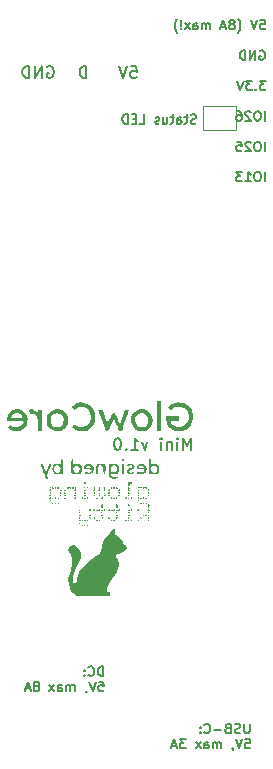
<source format=gbr>
%TF.GenerationSoftware,KiCad,Pcbnew,(6.0.0-0)*%
%TF.CreationDate,2022-02-03T17:22:11+01:00*%
%TF.ProjectId,GlowCoreMini,476c6f77-436f-4726-954d-696e692e6b69,rev?*%
%TF.SameCoordinates,Original*%
%TF.FileFunction,Legend,Bot*%
%TF.FilePolarity,Positive*%
%FSLAX46Y46*%
G04 Gerber Fmt 4.6, Leading zero omitted, Abs format (unit mm)*
G04 Created by KiCad (PCBNEW (6.0.0-0)) date 2022-02-03 17:22:11*
%MOMM*%
%LPD*%
G01*
G04 APERTURE LIST*
%ADD10C,0.150000*%
%ADD11C,0.120000*%
G04 APERTURE END LIST*
D10*
X138681504Y-73934580D02*
X138681504Y-72934580D01*
X138443409Y-72934580D01*
X138300552Y-72982200D01*
X138205314Y-73077438D01*
X138157695Y-73172676D01*
X138110076Y-73363152D01*
X138110076Y-73506009D01*
X138157695Y-73696485D01*
X138205314Y-73791723D01*
X138300552Y-73886961D01*
X138443409Y-73934580D01*
X138681504Y-73934580D01*
X147528930Y-105413762D02*
X147528930Y-104413762D01*
X147195597Y-105128048D01*
X146862264Y-104413762D01*
X146862264Y-105413762D01*
X146386073Y-105413762D02*
X146386073Y-104747096D01*
X146386073Y-104413762D02*
X146433692Y-104461382D01*
X146386073Y-104509001D01*
X146338454Y-104461382D01*
X146386073Y-104413762D01*
X146386073Y-104509001D01*
X145909883Y-104747096D02*
X145909883Y-105413762D01*
X145909883Y-104842334D02*
X145862264Y-104794715D01*
X145767026Y-104747096D01*
X145624168Y-104747096D01*
X145528930Y-104794715D01*
X145481311Y-104889953D01*
X145481311Y-105413762D01*
X145005121Y-105413762D02*
X145005121Y-104747096D01*
X145005121Y-104413762D02*
X145052740Y-104461382D01*
X145005121Y-104509001D01*
X144957502Y-104461382D01*
X145005121Y-104413762D01*
X145005121Y-104509001D01*
X143862264Y-104747096D02*
X143624168Y-105413762D01*
X143386073Y-104747096D01*
X142481311Y-105413762D02*
X143052740Y-105413762D01*
X142767026Y-105413762D02*
X142767026Y-104413762D01*
X142862264Y-104556620D01*
X142957502Y-104651858D01*
X143052740Y-104699477D01*
X142052740Y-105318524D02*
X142005121Y-105366143D01*
X142052740Y-105413762D01*
X142100359Y-105366143D01*
X142052740Y-105318524D01*
X142052740Y-105413762D01*
X141386073Y-104413762D02*
X141290835Y-104413762D01*
X141195597Y-104461382D01*
X141147978Y-104509001D01*
X141100359Y-104604239D01*
X141052740Y-104794715D01*
X141052740Y-105032810D01*
X141100359Y-105223286D01*
X141147978Y-105318524D01*
X141195597Y-105366143D01*
X141290835Y-105413762D01*
X141386073Y-105413762D01*
X141481311Y-105366143D01*
X141528930Y-105318524D01*
X141576549Y-105223286D01*
X141624168Y-105032810D01*
X141624168Y-104794715D01*
X141576549Y-104604239D01*
X141528930Y-104509001D01*
X141481311Y-104461382D01*
X141386073Y-104413762D01*
X140123223Y-124558904D02*
X140123223Y-123758904D01*
X139932747Y-123758904D01*
X139818461Y-123797000D01*
X139742271Y-123873190D01*
X139704176Y-123949380D01*
X139666080Y-124101761D01*
X139666080Y-124216047D01*
X139704176Y-124368428D01*
X139742271Y-124444619D01*
X139818461Y-124520809D01*
X139932747Y-124558904D01*
X140123223Y-124558904D01*
X138866080Y-124482714D02*
X138904176Y-124520809D01*
X139018461Y-124558904D01*
X139094652Y-124558904D01*
X139208938Y-124520809D01*
X139285128Y-124444619D01*
X139323223Y-124368428D01*
X139361319Y-124216047D01*
X139361319Y-124101761D01*
X139323223Y-123949380D01*
X139285128Y-123873190D01*
X139208938Y-123797000D01*
X139094652Y-123758904D01*
X139018461Y-123758904D01*
X138904176Y-123797000D01*
X138866080Y-123835095D01*
X138523223Y-124482714D02*
X138485128Y-124520809D01*
X138523223Y-124558904D01*
X138561319Y-124520809D01*
X138523223Y-124482714D01*
X138523223Y-124558904D01*
X138523223Y-124063666D02*
X138485128Y-124101761D01*
X138523223Y-124139857D01*
X138561319Y-124101761D01*
X138523223Y-124063666D01*
X138523223Y-124139857D01*
X139742271Y-125046904D02*
X140123223Y-125046904D01*
X140161319Y-125427857D01*
X140123223Y-125389761D01*
X140047033Y-125351666D01*
X139856557Y-125351666D01*
X139780366Y-125389761D01*
X139742271Y-125427857D01*
X139704176Y-125504047D01*
X139704176Y-125694523D01*
X139742271Y-125770714D01*
X139780366Y-125808809D01*
X139856557Y-125846904D01*
X140047033Y-125846904D01*
X140123223Y-125808809D01*
X140161319Y-125770714D01*
X139475604Y-125046904D02*
X139208938Y-125846904D01*
X138942271Y-125046904D01*
X138637509Y-125808809D02*
X138637509Y-125846904D01*
X138675604Y-125923095D01*
X138713700Y-125961190D01*
X137685128Y-125846904D02*
X137685128Y-125313571D01*
X137685128Y-125389761D02*
X137647033Y-125351666D01*
X137570842Y-125313571D01*
X137456557Y-125313571D01*
X137380366Y-125351666D01*
X137342271Y-125427857D01*
X137342271Y-125846904D01*
X137342271Y-125427857D02*
X137304176Y-125351666D01*
X137227985Y-125313571D01*
X137113700Y-125313571D01*
X137037509Y-125351666D01*
X136999414Y-125427857D01*
X136999414Y-125846904D01*
X136275604Y-125846904D02*
X136275604Y-125427857D01*
X136313700Y-125351666D01*
X136389890Y-125313571D01*
X136542271Y-125313571D01*
X136618461Y-125351666D01*
X136275604Y-125808809D02*
X136351795Y-125846904D01*
X136542271Y-125846904D01*
X136618461Y-125808809D01*
X136656557Y-125732619D01*
X136656557Y-125656428D01*
X136618461Y-125580238D01*
X136542271Y-125542142D01*
X136351795Y-125542142D01*
X136275604Y-125504047D01*
X135970842Y-125846904D02*
X135551795Y-125313571D01*
X135970842Y-125313571D02*
X135551795Y-125846904D01*
X134523223Y-125389761D02*
X134599414Y-125351666D01*
X134637509Y-125313571D01*
X134675604Y-125237380D01*
X134675604Y-125199285D01*
X134637509Y-125123095D01*
X134599414Y-125085000D01*
X134523223Y-125046904D01*
X134370842Y-125046904D01*
X134294652Y-125085000D01*
X134256557Y-125123095D01*
X134218461Y-125199285D01*
X134218461Y-125237380D01*
X134256557Y-125313571D01*
X134294652Y-125351666D01*
X134370842Y-125389761D01*
X134523223Y-125389761D01*
X134599414Y-125427857D01*
X134637509Y-125465952D01*
X134675604Y-125542142D01*
X134675604Y-125694523D01*
X134637509Y-125770714D01*
X134599414Y-125808809D01*
X134523223Y-125846904D01*
X134370842Y-125846904D01*
X134294652Y-125808809D01*
X134256557Y-125770714D01*
X134218461Y-125694523D01*
X134218461Y-125542142D01*
X134256557Y-125465952D01*
X134294652Y-125427857D01*
X134370842Y-125389761D01*
X133913700Y-125618333D02*
X133532747Y-125618333D01*
X133989890Y-125846904D02*
X133723223Y-125046904D01*
X133456557Y-125846904D01*
X153407471Y-69017104D02*
X153788423Y-69017104D01*
X153826519Y-69398057D01*
X153788423Y-69359961D01*
X153712233Y-69321866D01*
X153521757Y-69321866D01*
X153445566Y-69359961D01*
X153407471Y-69398057D01*
X153369376Y-69474247D01*
X153369376Y-69664723D01*
X153407471Y-69740914D01*
X153445566Y-69779009D01*
X153521757Y-69817104D01*
X153712233Y-69817104D01*
X153788423Y-69779009D01*
X153826519Y-69740914D01*
X153140804Y-69017104D02*
X152874138Y-69817104D01*
X152607471Y-69017104D01*
X151502709Y-70121866D02*
X151540804Y-70083771D01*
X151616995Y-69969485D01*
X151655090Y-69893295D01*
X151693185Y-69779009D01*
X151731280Y-69588533D01*
X151731280Y-69436152D01*
X151693185Y-69245676D01*
X151655090Y-69131390D01*
X151616995Y-69055200D01*
X151540804Y-68940914D01*
X151502709Y-68902819D01*
X151083661Y-69359961D02*
X151159852Y-69321866D01*
X151197947Y-69283771D01*
X151236042Y-69207580D01*
X151236042Y-69169485D01*
X151197947Y-69093295D01*
X151159852Y-69055200D01*
X151083661Y-69017104D01*
X150931280Y-69017104D01*
X150855090Y-69055200D01*
X150816995Y-69093295D01*
X150778900Y-69169485D01*
X150778900Y-69207580D01*
X150816995Y-69283771D01*
X150855090Y-69321866D01*
X150931280Y-69359961D01*
X151083661Y-69359961D01*
X151159852Y-69398057D01*
X151197947Y-69436152D01*
X151236042Y-69512342D01*
X151236042Y-69664723D01*
X151197947Y-69740914D01*
X151159852Y-69779009D01*
X151083661Y-69817104D01*
X150931280Y-69817104D01*
X150855090Y-69779009D01*
X150816995Y-69740914D01*
X150778900Y-69664723D01*
X150778900Y-69512342D01*
X150816995Y-69436152D01*
X150855090Y-69398057D01*
X150931280Y-69359961D01*
X150474138Y-69588533D02*
X150093185Y-69588533D01*
X150550328Y-69817104D02*
X150283661Y-69017104D01*
X150016995Y-69817104D01*
X149140804Y-69817104D02*
X149140804Y-69283771D01*
X149140804Y-69359961D02*
X149102709Y-69321866D01*
X149026519Y-69283771D01*
X148912233Y-69283771D01*
X148836042Y-69321866D01*
X148797947Y-69398057D01*
X148797947Y-69817104D01*
X148797947Y-69398057D02*
X148759852Y-69321866D01*
X148683661Y-69283771D01*
X148569376Y-69283771D01*
X148493185Y-69321866D01*
X148455090Y-69398057D01*
X148455090Y-69817104D01*
X147731280Y-69817104D02*
X147731280Y-69398057D01*
X147769376Y-69321866D01*
X147845566Y-69283771D01*
X147997947Y-69283771D01*
X148074138Y-69321866D01*
X147731280Y-69779009D02*
X147807471Y-69817104D01*
X147997947Y-69817104D01*
X148074138Y-69779009D01*
X148112233Y-69702819D01*
X148112233Y-69626628D01*
X148074138Y-69550438D01*
X147997947Y-69512342D01*
X147807471Y-69512342D01*
X147731280Y-69474247D01*
X147426519Y-69817104D02*
X147007471Y-69283771D01*
X147426519Y-69283771D02*
X147007471Y-69817104D01*
X146702709Y-69740914D02*
X146664614Y-69779009D01*
X146702709Y-69817104D01*
X146740804Y-69779009D01*
X146702709Y-69740914D01*
X146702709Y-69817104D01*
X146702709Y-69512342D02*
X146740804Y-69055200D01*
X146702709Y-69017104D01*
X146664614Y-69055200D01*
X146702709Y-69512342D01*
X146702709Y-69017104D01*
X146397947Y-70121866D02*
X146359852Y-70083771D01*
X146283661Y-69969485D01*
X146245566Y-69893295D01*
X146207471Y-69779009D01*
X146169376Y-69588533D01*
X146169376Y-69436152D01*
X146207471Y-69245676D01*
X146245566Y-69131390D01*
X146283661Y-69055200D01*
X146359852Y-68940914D01*
X146397947Y-68902819D01*
X153369376Y-71631200D02*
X153445566Y-71593104D01*
X153559852Y-71593104D01*
X153674138Y-71631200D01*
X153750328Y-71707390D01*
X153788423Y-71783580D01*
X153826519Y-71935961D01*
X153826519Y-72050247D01*
X153788423Y-72202628D01*
X153750328Y-72278819D01*
X153674138Y-72355009D01*
X153559852Y-72393104D01*
X153483661Y-72393104D01*
X153369376Y-72355009D01*
X153331280Y-72316914D01*
X153331280Y-72050247D01*
X153483661Y-72050247D01*
X152988423Y-72393104D02*
X152988423Y-71593104D01*
X152531280Y-72393104D01*
X152531280Y-71593104D01*
X152150328Y-72393104D02*
X152150328Y-71593104D01*
X151959852Y-71593104D01*
X151845566Y-71631200D01*
X151769376Y-71707390D01*
X151731280Y-71783580D01*
X151693185Y-71935961D01*
X151693185Y-72050247D01*
X151731280Y-72202628D01*
X151769376Y-72278819D01*
X151845566Y-72355009D01*
X151959852Y-72393104D01*
X152150328Y-72393104D01*
X153864614Y-74169104D02*
X153369376Y-74169104D01*
X153636042Y-74473866D01*
X153521757Y-74473866D01*
X153445566Y-74511961D01*
X153407471Y-74550057D01*
X153369376Y-74626247D01*
X153369376Y-74816723D01*
X153407471Y-74892914D01*
X153445566Y-74931009D01*
X153521757Y-74969104D01*
X153750328Y-74969104D01*
X153826519Y-74931009D01*
X153864614Y-74892914D01*
X153026519Y-74892914D02*
X152988423Y-74931009D01*
X153026519Y-74969104D01*
X153064614Y-74931009D01*
X153026519Y-74892914D01*
X153026519Y-74969104D01*
X152721757Y-74169104D02*
X152226519Y-74169104D01*
X152493185Y-74473866D01*
X152378900Y-74473866D01*
X152302709Y-74511961D01*
X152264614Y-74550057D01*
X152226519Y-74626247D01*
X152226519Y-74816723D01*
X152264614Y-74892914D01*
X152302709Y-74931009D01*
X152378900Y-74969104D01*
X152607471Y-74969104D01*
X152683661Y-74931009D01*
X152721757Y-74892914D01*
X151997947Y-74169104D02*
X151731280Y-74969104D01*
X151464614Y-74169104D01*
X153788423Y-77545104D02*
X153788423Y-76745104D01*
X153255090Y-76745104D02*
X153102709Y-76745104D01*
X153026519Y-76783200D01*
X152950328Y-76859390D01*
X152912233Y-77011771D01*
X152912233Y-77278438D01*
X152950328Y-77430819D01*
X153026519Y-77507009D01*
X153102709Y-77545104D01*
X153255090Y-77545104D01*
X153331280Y-77507009D01*
X153407471Y-77430819D01*
X153445566Y-77278438D01*
X153445566Y-77011771D01*
X153407471Y-76859390D01*
X153331280Y-76783200D01*
X153255090Y-76745104D01*
X152607471Y-76821295D02*
X152569376Y-76783200D01*
X152493185Y-76745104D01*
X152302709Y-76745104D01*
X152226519Y-76783200D01*
X152188423Y-76821295D01*
X152150328Y-76897485D01*
X152150328Y-76973676D01*
X152188423Y-77087961D01*
X152645566Y-77545104D01*
X152150328Y-77545104D01*
X151464614Y-76745104D02*
X151616995Y-76745104D01*
X151693185Y-76783200D01*
X151731280Y-76821295D01*
X151807471Y-76935580D01*
X151845566Y-77087961D01*
X151845566Y-77392723D01*
X151807471Y-77468914D01*
X151769376Y-77507009D01*
X151693185Y-77545104D01*
X151540804Y-77545104D01*
X151464614Y-77507009D01*
X151426519Y-77468914D01*
X151388423Y-77392723D01*
X151388423Y-77202247D01*
X151426519Y-77126057D01*
X151464614Y-77087961D01*
X151540804Y-77049866D01*
X151693185Y-77049866D01*
X151769376Y-77087961D01*
X151807471Y-77126057D01*
X151845566Y-77202247D01*
X153788423Y-80121104D02*
X153788423Y-79321104D01*
X153255090Y-79321104D02*
X153102709Y-79321104D01*
X153026519Y-79359200D01*
X152950328Y-79435390D01*
X152912233Y-79587771D01*
X152912233Y-79854438D01*
X152950328Y-80006819D01*
X153026519Y-80083009D01*
X153102709Y-80121104D01*
X153255090Y-80121104D01*
X153331280Y-80083009D01*
X153407471Y-80006819D01*
X153445566Y-79854438D01*
X153445566Y-79587771D01*
X153407471Y-79435390D01*
X153331280Y-79359200D01*
X153255090Y-79321104D01*
X152607471Y-79397295D02*
X152569376Y-79359200D01*
X152493185Y-79321104D01*
X152302709Y-79321104D01*
X152226519Y-79359200D01*
X152188423Y-79397295D01*
X152150328Y-79473485D01*
X152150328Y-79549676D01*
X152188423Y-79663961D01*
X152645566Y-80121104D01*
X152150328Y-80121104D01*
X151426519Y-79321104D02*
X151807471Y-79321104D01*
X151845566Y-79702057D01*
X151807471Y-79663961D01*
X151731280Y-79625866D01*
X151540804Y-79625866D01*
X151464614Y-79663961D01*
X151426519Y-79702057D01*
X151388423Y-79778247D01*
X151388423Y-79968723D01*
X151426519Y-80044914D01*
X151464614Y-80083009D01*
X151540804Y-80121104D01*
X151731280Y-80121104D01*
X151807471Y-80083009D01*
X151845566Y-80044914D01*
X153788423Y-82697104D02*
X153788423Y-81897104D01*
X153255090Y-81897104D02*
X153102709Y-81897104D01*
X153026519Y-81935200D01*
X152950328Y-82011390D01*
X152912233Y-82163771D01*
X152912233Y-82430438D01*
X152950328Y-82582819D01*
X153026519Y-82659009D01*
X153102709Y-82697104D01*
X153255090Y-82697104D01*
X153331280Y-82659009D01*
X153407471Y-82582819D01*
X153445566Y-82430438D01*
X153445566Y-82163771D01*
X153407471Y-82011390D01*
X153331280Y-81935200D01*
X153255090Y-81897104D01*
X152150328Y-82697104D02*
X152607471Y-82697104D01*
X152378900Y-82697104D02*
X152378900Y-81897104D01*
X152455090Y-82011390D01*
X152531280Y-82087580D01*
X152607471Y-82125676D01*
X151883661Y-81897104D02*
X151388423Y-81897104D01*
X151655090Y-82201866D01*
X151540804Y-82201866D01*
X151464614Y-82239961D01*
X151426519Y-82278057D01*
X151388423Y-82354247D01*
X151388423Y-82544723D01*
X151426519Y-82620914D01*
X151464614Y-82659009D01*
X151540804Y-82697104D01*
X151769376Y-82697104D01*
X151845566Y-82659009D01*
X151883661Y-82620914D01*
X147975500Y-77768409D02*
X147861214Y-77806504D01*
X147670738Y-77806504D01*
X147594547Y-77768409D01*
X147556452Y-77730314D01*
X147518357Y-77654123D01*
X147518357Y-77577933D01*
X147556452Y-77501742D01*
X147594547Y-77463647D01*
X147670738Y-77425552D01*
X147823119Y-77387457D01*
X147899309Y-77349361D01*
X147937404Y-77311266D01*
X147975500Y-77235076D01*
X147975500Y-77158885D01*
X147937404Y-77082695D01*
X147899309Y-77044600D01*
X147823119Y-77006504D01*
X147632642Y-77006504D01*
X147518357Y-77044600D01*
X147289785Y-77273171D02*
X146985023Y-77273171D01*
X147175500Y-77006504D02*
X147175500Y-77692219D01*
X147137404Y-77768409D01*
X147061214Y-77806504D01*
X146985023Y-77806504D01*
X146375500Y-77806504D02*
X146375500Y-77387457D01*
X146413595Y-77311266D01*
X146489785Y-77273171D01*
X146642166Y-77273171D01*
X146718357Y-77311266D01*
X146375500Y-77768409D02*
X146451690Y-77806504D01*
X146642166Y-77806504D01*
X146718357Y-77768409D01*
X146756452Y-77692219D01*
X146756452Y-77616028D01*
X146718357Y-77539838D01*
X146642166Y-77501742D01*
X146451690Y-77501742D01*
X146375500Y-77463647D01*
X146108833Y-77273171D02*
X145804071Y-77273171D01*
X145994547Y-77006504D02*
X145994547Y-77692219D01*
X145956452Y-77768409D01*
X145880261Y-77806504D01*
X145804071Y-77806504D01*
X145194547Y-77273171D02*
X145194547Y-77806504D01*
X145537404Y-77273171D02*
X145537404Y-77692219D01*
X145499309Y-77768409D01*
X145423119Y-77806504D01*
X145308833Y-77806504D01*
X145232642Y-77768409D01*
X145194547Y-77730314D01*
X144851690Y-77768409D02*
X144775500Y-77806504D01*
X144623119Y-77806504D01*
X144546928Y-77768409D01*
X144508833Y-77692219D01*
X144508833Y-77654123D01*
X144546928Y-77577933D01*
X144623119Y-77539838D01*
X144737404Y-77539838D01*
X144813595Y-77501742D01*
X144851690Y-77425552D01*
X144851690Y-77387457D01*
X144813595Y-77311266D01*
X144737404Y-77273171D01*
X144623119Y-77273171D01*
X144546928Y-77311266D01*
X143175500Y-77806504D02*
X143556452Y-77806504D01*
X143556452Y-77006504D01*
X142908833Y-77387457D02*
X142642166Y-77387457D01*
X142527880Y-77806504D02*
X142908833Y-77806504D01*
X142908833Y-77006504D01*
X142527880Y-77006504D01*
X142185023Y-77806504D02*
X142185023Y-77006504D01*
X141994547Y-77006504D01*
X141880261Y-77044600D01*
X141804071Y-77120790D01*
X141765976Y-77196980D01*
X141727880Y-77349361D01*
X141727880Y-77463647D01*
X141765976Y-77616028D01*
X141804071Y-77692219D01*
X141880261Y-77768409D01*
X141994547Y-77806504D01*
X142185023Y-77806504D01*
X142445476Y-72934580D02*
X142921666Y-72934580D01*
X142969285Y-73410771D01*
X142921666Y-73363152D01*
X142826428Y-73315533D01*
X142588333Y-73315533D01*
X142493095Y-73363152D01*
X142445476Y-73410771D01*
X142397857Y-73506009D01*
X142397857Y-73744104D01*
X142445476Y-73839342D01*
X142493095Y-73886961D01*
X142588333Y-73934580D01*
X142826428Y-73934580D01*
X142921666Y-73886961D01*
X142969285Y-73839342D01*
X142112142Y-72934580D02*
X141778809Y-73934580D01*
X141445476Y-72934580D01*
X135371504Y-72982200D02*
X135466742Y-72934580D01*
X135609600Y-72934580D01*
X135752457Y-72982200D01*
X135847695Y-73077438D01*
X135895314Y-73172676D01*
X135942933Y-73363152D01*
X135942933Y-73506009D01*
X135895314Y-73696485D01*
X135847695Y-73791723D01*
X135752457Y-73886961D01*
X135609600Y-73934580D01*
X135514361Y-73934580D01*
X135371504Y-73886961D01*
X135323885Y-73839342D01*
X135323885Y-73506009D01*
X135514361Y-73506009D01*
X134895314Y-73934580D02*
X134895314Y-72934580D01*
X134323885Y-73934580D01*
X134323885Y-72934580D01*
X133847695Y-73934580D02*
X133847695Y-72934580D01*
X133609600Y-72934580D01*
X133466742Y-72982200D01*
X133371504Y-73077438D01*
X133323885Y-73172676D01*
X133276266Y-73363152D01*
X133276266Y-73506009D01*
X133323885Y-73696485D01*
X133371504Y-73791723D01*
X133466742Y-73886961D01*
X133609600Y-73934580D01*
X133847695Y-73934580D01*
X152518423Y-128610304D02*
X152518423Y-129257923D01*
X152480328Y-129334114D01*
X152442233Y-129372209D01*
X152366042Y-129410304D01*
X152213661Y-129410304D01*
X152137471Y-129372209D01*
X152099376Y-129334114D01*
X152061280Y-129257923D01*
X152061280Y-128610304D01*
X151718423Y-129372209D02*
X151604138Y-129410304D01*
X151413661Y-129410304D01*
X151337471Y-129372209D01*
X151299376Y-129334114D01*
X151261280Y-129257923D01*
X151261280Y-129181733D01*
X151299376Y-129105542D01*
X151337471Y-129067447D01*
X151413661Y-129029352D01*
X151566042Y-128991257D01*
X151642233Y-128953161D01*
X151680328Y-128915066D01*
X151718423Y-128838876D01*
X151718423Y-128762685D01*
X151680328Y-128686495D01*
X151642233Y-128648400D01*
X151566042Y-128610304D01*
X151375566Y-128610304D01*
X151261280Y-128648400D01*
X150651757Y-128991257D02*
X150537471Y-129029352D01*
X150499376Y-129067447D01*
X150461280Y-129143638D01*
X150461280Y-129257923D01*
X150499376Y-129334114D01*
X150537471Y-129372209D01*
X150613661Y-129410304D01*
X150918423Y-129410304D01*
X150918423Y-128610304D01*
X150651757Y-128610304D01*
X150575566Y-128648400D01*
X150537471Y-128686495D01*
X150499376Y-128762685D01*
X150499376Y-128838876D01*
X150537471Y-128915066D01*
X150575566Y-128953161D01*
X150651757Y-128991257D01*
X150918423Y-128991257D01*
X150118423Y-129105542D02*
X149508900Y-129105542D01*
X148670804Y-129334114D02*
X148708900Y-129372209D01*
X148823185Y-129410304D01*
X148899376Y-129410304D01*
X149013661Y-129372209D01*
X149089852Y-129296019D01*
X149127947Y-129219828D01*
X149166042Y-129067447D01*
X149166042Y-128953161D01*
X149127947Y-128800780D01*
X149089852Y-128724590D01*
X149013661Y-128648400D01*
X148899376Y-128610304D01*
X148823185Y-128610304D01*
X148708900Y-128648400D01*
X148670804Y-128686495D01*
X148327947Y-129334114D02*
X148289852Y-129372209D01*
X148327947Y-129410304D01*
X148366042Y-129372209D01*
X148327947Y-129334114D01*
X148327947Y-129410304D01*
X148327947Y-128915066D02*
X148289852Y-128953161D01*
X148327947Y-128991257D01*
X148366042Y-128953161D01*
X148327947Y-128915066D01*
X148327947Y-128991257D01*
X152137471Y-129898304D02*
X152518423Y-129898304D01*
X152556519Y-130279257D01*
X152518423Y-130241161D01*
X152442233Y-130203066D01*
X152251757Y-130203066D01*
X152175566Y-130241161D01*
X152137471Y-130279257D01*
X152099376Y-130355447D01*
X152099376Y-130545923D01*
X152137471Y-130622114D01*
X152175566Y-130660209D01*
X152251757Y-130698304D01*
X152442233Y-130698304D01*
X152518423Y-130660209D01*
X152556519Y-130622114D01*
X151870804Y-129898304D02*
X151604138Y-130698304D01*
X151337471Y-129898304D01*
X151032709Y-130660209D02*
X151032709Y-130698304D01*
X151070804Y-130774495D01*
X151108900Y-130812590D01*
X150080328Y-130698304D02*
X150080328Y-130164971D01*
X150080328Y-130241161D02*
X150042233Y-130203066D01*
X149966042Y-130164971D01*
X149851757Y-130164971D01*
X149775566Y-130203066D01*
X149737471Y-130279257D01*
X149737471Y-130698304D01*
X149737471Y-130279257D02*
X149699376Y-130203066D01*
X149623185Y-130164971D01*
X149508900Y-130164971D01*
X149432709Y-130203066D01*
X149394614Y-130279257D01*
X149394614Y-130698304D01*
X148670804Y-130698304D02*
X148670804Y-130279257D01*
X148708900Y-130203066D01*
X148785090Y-130164971D01*
X148937471Y-130164971D01*
X149013661Y-130203066D01*
X148670804Y-130660209D02*
X148746995Y-130698304D01*
X148937471Y-130698304D01*
X149013661Y-130660209D01*
X149051757Y-130584019D01*
X149051757Y-130507828D01*
X149013661Y-130431638D01*
X148937471Y-130393542D01*
X148746995Y-130393542D01*
X148670804Y-130355447D01*
X148366042Y-130698304D02*
X147946995Y-130164971D01*
X148366042Y-130164971D02*
X147946995Y-130698304D01*
X147108900Y-129898304D02*
X146613661Y-129898304D01*
X146880328Y-130203066D01*
X146766042Y-130203066D01*
X146689852Y-130241161D01*
X146651757Y-130279257D01*
X146613661Y-130355447D01*
X146613661Y-130545923D01*
X146651757Y-130622114D01*
X146689852Y-130660209D01*
X146766042Y-130698304D01*
X146994614Y-130698304D01*
X147070804Y-130660209D01*
X147108900Y-130622114D01*
X146308900Y-130469733D02*
X145927947Y-130469733D01*
X146385090Y-130698304D02*
X146118423Y-129898304D01*
X145851757Y-130698304D01*
D11*
%TO.C,Status_LED1*%
X151325800Y-76317600D02*
X148525800Y-76317600D01*
X148525800Y-76317600D02*
X148525800Y-78317600D01*
X148525800Y-78317600D02*
X151325800Y-78317600D01*
X151325800Y-78317600D02*
X151325800Y-76317600D01*
%TO.C,logo*%
G36*
X143120700Y-111330538D02*
G01*
X143155219Y-111387711D01*
X143147706Y-111417877D01*
X143090533Y-111452397D01*
X143060367Y-111444883D01*
X143025847Y-111387711D01*
X143033361Y-111357544D01*
X143090533Y-111323025D01*
X143120700Y-111330538D01*
G37*
G36*
X141870126Y-106182651D02*
G01*
X141888890Y-106212826D01*
X141890142Y-106296187D01*
X141862082Y-106337227D01*
X141790504Y-106364997D01*
X141720524Y-106343422D01*
X141689005Y-106276170D01*
X141689128Y-106270418D01*
X141723295Y-106189418D01*
X141794887Y-106154348D01*
X141870126Y-106182651D01*
G37*
G36*
X140646423Y-110450295D02*
G01*
X140688945Y-110514451D01*
X140681684Y-110568092D01*
X140610907Y-110589918D01*
X140547869Y-110575577D01*
X140532868Y-110514451D01*
X140550016Y-110474834D01*
X140610907Y-110438984D01*
X140646423Y-110450295D01*
G37*
G36*
X138377066Y-109433085D02*
G01*
X138411586Y-109490257D01*
X138404072Y-109520424D01*
X138346900Y-109554943D01*
X138316733Y-109547430D01*
X138282214Y-109490257D01*
X138289727Y-109460091D01*
X138346900Y-109425571D01*
X138377066Y-109433085D01*
G37*
G36*
X143767559Y-109433085D02*
G01*
X143802078Y-109490257D01*
X143794565Y-109520424D01*
X143737392Y-109554943D01*
X143707226Y-109547430D01*
X143672706Y-109490257D01*
X143680220Y-109460091D01*
X143737392Y-109425571D01*
X143767559Y-109433085D01*
G37*
G36*
X140233596Y-106579616D02*
G01*
X140268501Y-106589143D01*
X140290593Y-106623916D01*
X140302777Y-106699183D01*
X140307958Y-106830192D01*
X140309039Y-107032193D01*
X140308996Y-107088917D01*
X140307182Y-107272168D01*
X140300558Y-107388152D01*
X140286222Y-107452119D01*
X140261268Y-107479317D01*
X140222791Y-107484994D01*
X140215926Y-107484910D01*
X140173292Y-107474217D01*
X140149364Y-107432650D01*
X140138870Y-107341767D01*
X140136543Y-107183127D01*
X140129676Y-107035261D01*
X140087848Y-106852527D01*
X140007119Y-106744368D01*
X139886424Y-106708763D01*
X139863878Y-106709623D01*
X139786583Y-106736302D01*
X139737909Y-106809815D01*
X139712575Y-106942984D01*
X139705304Y-107148627D01*
X139705067Y-107226648D01*
X139700971Y-107366005D01*
X139688272Y-107443812D01*
X139662467Y-107477624D01*
X139619056Y-107484994D01*
X139588366Y-107482192D01*
X139558279Y-107460278D01*
X139541560Y-107402254D01*
X139534354Y-107291416D01*
X139532808Y-107111055D01*
X139534169Y-106986410D01*
X139544265Y-106825881D01*
X139566643Y-106722575D01*
X139604178Y-106658254D01*
X139634298Y-106631866D01*
X139758389Y-106586099D01*
X139905760Y-106590664D01*
X140040700Y-106646523D01*
X140090097Y-106679420D01*
X140128748Y-106689547D01*
X140136543Y-106646523D01*
X140151666Y-106607453D01*
X140222791Y-106579391D01*
X140233596Y-106579616D01*
G37*
G36*
X136102731Y-109864109D02*
G01*
X136126017Y-109921497D01*
X136121152Y-109951254D01*
X136082893Y-109986183D01*
X136063055Y-109978885D01*
X136039769Y-109921497D01*
X136044634Y-109891739D01*
X136082893Y-109856811D01*
X136102731Y-109864109D01*
G37*
G36*
X146617390Y-101409921D02*
G01*
X146944261Y-101472905D01*
X147221655Y-101606205D01*
X147448769Y-101809346D01*
X147624797Y-102081854D01*
X147656287Y-102151563D01*
X147737381Y-102449536D01*
X147740934Y-102748319D01*
X147672764Y-103035635D01*
X147538689Y-103299204D01*
X147344523Y-103526747D01*
X147096085Y-103705986D01*
X146799192Y-103824641D01*
X146791932Y-103826490D01*
X146611420Y-103846128D01*
X146394441Y-103834901D01*
X146181136Y-103797245D01*
X146011649Y-103737596D01*
X145786785Y-103585753D01*
X145598162Y-103366812D01*
X145481031Y-103104441D01*
X145440788Y-102807432D01*
X145440788Y-102568865D01*
X146518886Y-102568865D01*
X146518886Y-102956981D01*
X146173895Y-102956981D01*
X146106065Y-102957168D01*
X145959101Y-102961066D01*
X145875344Y-102973076D01*
X145837657Y-102997193D01*
X145828903Y-103037413D01*
X145828936Y-103039627D01*
X145856166Y-103129591D01*
X145918959Y-103232332D01*
X145991061Y-103309119D01*
X146176609Y-103423999D01*
X146393118Y-103475880D01*
X146623671Y-103466597D01*
X146851352Y-103397984D01*
X147059244Y-103271876D01*
X147230431Y-103090108D01*
X147280423Y-103014890D01*
X147331123Y-102908768D01*
X147354283Y-102788839D01*
X147359803Y-102619055D01*
X147351923Y-102460013D01*
X147298869Y-102241064D01*
X147186751Y-102063407D01*
X147004994Y-101905783D01*
X146921149Y-101854317D01*
X146680807Y-101770124D01*
X146426675Y-101757832D01*
X146180413Y-101816613D01*
X145963680Y-101945638D01*
X145841904Y-102048105D01*
X145720238Y-101921113D01*
X145683974Y-101882831D01*
X145631119Y-101815077D01*
X145630652Y-101766790D01*
X145676429Y-101708089D01*
X145765216Y-101627928D01*
X145971284Y-101510740D01*
X146217524Y-101432806D01*
X146476547Y-101404519D01*
X146617390Y-101409921D01*
G37*
G36*
X141549581Y-109232891D02*
G01*
X141539845Y-109293331D01*
X141534759Y-109300954D01*
X141470554Y-109337524D01*
X141408511Y-109295895D01*
X141404959Y-109268559D01*
X141450950Y-109225882D01*
X141496353Y-109214503D01*
X141549581Y-109232891D01*
G37*
G36*
X143318053Y-109895270D02*
G01*
X143362573Y-109939824D01*
X143359824Y-109964302D01*
X143306153Y-109986183D01*
X143270549Y-109979146D01*
X143249732Y-109939824D01*
X143255589Y-109927039D01*
X143306153Y-109893466D01*
X143318053Y-109895270D01*
G37*
G36*
X137781740Y-109001498D02*
G01*
X137831082Y-109043361D01*
X137821053Y-109096127D01*
X137778636Y-109120784D01*
X137710637Y-109113262D01*
X137678479Y-109059018D01*
X137685668Y-109028907D01*
X137740620Y-108994332D01*
X137781740Y-109001498D01*
G37*
G36*
X136937753Y-108841120D02*
G01*
X136935257Y-108877138D01*
X136880686Y-108908084D01*
X136841029Y-108896750D01*
X136824210Y-108832617D01*
X136851176Y-108777982D01*
X136900435Y-108774881D01*
X136937753Y-108841120D01*
G37*
G36*
X141308061Y-110903791D02*
G01*
X141344014Y-110956471D01*
X141328006Y-110994193D01*
X141257766Y-111021157D01*
X141207470Y-111009151D01*
X141171518Y-110956471D01*
X141187526Y-110918750D01*
X141257766Y-110891785D01*
X141308061Y-110903791D01*
G37*
G36*
X137563333Y-108526451D02*
G01*
X137619413Y-108577009D01*
X137613793Y-108649341D01*
X137558908Y-108690745D01*
X137493548Y-108675592D01*
X137462859Y-108606217D01*
X137474622Y-108555874D01*
X137525000Y-108519969D01*
X137563333Y-108526451D01*
G37*
G36*
X139050826Y-110738574D02*
G01*
X139048330Y-110774591D01*
X138993759Y-110805537D01*
X138954102Y-110794203D01*
X138937283Y-110730071D01*
X138964249Y-110675435D01*
X139013508Y-110672334D01*
X139050826Y-110738574D01*
G37*
G36*
X140258307Y-108552842D02*
G01*
X140300830Y-108616998D01*
X140293569Y-108670639D01*
X140222791Y-108692464D01*
X140159754Y-108678124D01*
X140144753Y-108616998D01*
X140161901Y-108577380D01*
X140222791Y-108541531D01*
X140258307Y-108552842D01*
G37*
G36*
X142328256Y-110450295D02*
G01*
X142370779Y-110514451D01*
X142363518Y-110568092D01*
X142292740Y-110589918D01*
X142229703Y-110575577D01*
X142214702Y-110514451D01*
X142231850Y-110474834D01*
X142292740Y-110438984D01*
X142328256Y-110450295D01*
G37*
G36*
X138145234Y-110450295D02*
G01*
X138187757Y-110514451D01*
X138180496Y-110568092D01*
X138109718Y-110589918D01*
X138046681Y-110575577D01*
X138031680Y-110514451D01*
X138048828Y-110474834D01*
X138109718Y-110438984D01*
X138145234Y-110450295D01*
G37*
G36*
X142085725Y-109433085D02*
G01*
X142120245Y-109490257D01*
X142112731Y-109520424D01*
X142055559Y-109554943D01*
X142025392Y-109547430D01*
X141990873Y-109490257D01*
X141998386Y-109460091D01*
X142055559Y-109425571D01*
X142085725Y-109433085D01*
G37*
G36*
X136334029Y-108552842D02*
G01*
X136376551Y-108616998D01*
X136369291Y-108670639D01*
X136298513Y-108692464D01*
X136235475Y-108678124D01*
X136220474Y-108616998D01*
X136237622Y-108577380D01*
X136298513Y-108541531D01*
X136334029Y-108552842D01*
G37*
G36*
X140265410Y-102610358D02*
G01*
X140296207Y-102708304D01*
X140361197Y-102905149D01*
X140417002Y-103061135D01*
X140458493Y-103162324D01*
X140480538Y-103194778D01*
X140501671Y-103162819D01*
X140551601Y-103065488D01*
X140620510Y-102919823D01*
X140700182Y-102742732D01*
X140740325Y-102651855D01*
X140813859Y-102491777D01*
X140867950Y-102391955D01*
X140912501Y-102338989D01*
X140957417Y-102319479D01*
X141012602Y-102320027D01*
X141022618Y-102321121D01*
X141077174Y-102336026D01*
X141125685Y-102374923D01*
X141177949Y-102451720D01*
X141243767Y-102580323D01*
X141332938Y-102774641D01*
X141407684Y-102933883D01*
X141479989Y-103072805D01*
X141534622Y-103161063D01*
X141563515Y-103184318D01*
X141568201Y-103176969D01*
X141598407Y-103104226D01*
X141646561Y-102969752D01*
X141707080Y-102789555D01*
X141774382Y-102579646D01*
X141953619Y-102008254D01*
X142123180Y-102008254D01*
X142159226Y-102009179D01*
X142254519Y-102023183D01*
X142292740Y-102048676D01*
X142283189Y-102084086D01*
X142249933Y-102189117D01*
X142197570Y-102348699D01*
X142131048Y-102548219D01*
X142055314Y-102773059D01*
X141975314Y-103008607D01*
X141895996Y-103240245D01*
X141822306Y-103453359D01*
X141759193Y-103633334D01*
X141711602Y-103765554D01*
X141665960Y-103801972D01*
X141571768Y-103818695D01*
X141528248Y-103815255D01*
X141484534Y-103795693D01*
X141442196Y-103747157D01*
X141393072Y-103656794D01*
X141329001Y-103511754D01*
X141241819Y-103299186D01*
X141225915Y-103260069D01*
X141148251Y-103074103D01*
X141082835Y-102925521D01*
X141036134Y-102828606D01*
X141014618Y-102797638D01*
X141014009Y-102798372D01*
X140989084Y-102847623D01*
X140937961Y-102959238D01*
X140867751Y-103117418D01*
X140785568Y-103306366D01*
X140725978Y-103443572D01*
X140651781Y-103606354D01*
X140595685Y-103711107D01*
X140548679Y-103771218D01*
X140501751Y-103800077D01*
X140445890Y-103811074D01*
X140318066Y-103824251D01*
X140015034Y-102916252D01*
X139712003Y-102008254D01*
X140078896Y-102008254D01*
X140265410Y-102610358D01*
G37*
G36*
X138592686Y-109433085D02*
G01*
X138627205Y-109490257D01*
X138619692Y-109520424D01*
X138562520Y-109554943D01*
X138532353Y-109547430D01*
X138497834Y-109490257D01*
X138505347Y-109460091D01*
X138562520Y-109425571D01*
X138592686Y-109433085D01*
G37*
G36*
X137776908Y-108761537D02*
G01*
X137828467Y-108804439D01*
X137832392Y-108860139D01*
X137774361Y-108903251D01*
X137709227Y-108897722D01*
X137678479Y-108845943D01*
X137681350Y-108819385D01*
X137712881Y-108762541D01*
X137714578Y-108761535D01*
X137776908Y-108761537D01*
G37*
G36*
X139436508Y-111130345D02*
G01*
X139426772Y-111190784D01*
X139421686Y-111198408D01*
X139357481Y-111234977D01*
X139295438Y-111193348D01*
X139291886Y-111166013D01*
X139337877Y-111123335D01*
X139383280Y-111111956D01*
X139436508Y-111130345D01*
G37*
G36*
X135885323Y-109436369D02*
G01*
X135910397Y-109486664D01*
X135901523Y-109520222D01*
X135842118Y-109554943D01*
X135794999Y-109530051D01*
X135802240Y-109478377D01*
X135859188Y-109435454D01*
X135885323Y-109436369D01*
G37*
G36*
X139395828Y-108552842D02*
G01*
X139438351Y-108616998D01*
X139431090Y-108670639D01*
X139360312Y-108692464D01*
X139297275Y-108678124D01*
X139282274Y-108616998D01*
X139299422Y-108577380D01*
X139360312Y-108541531D01*
X139395828Y-108552842D01*
G37*
G36*
X138636901Y-108124299D02*
G01*
X138660444Y-108164555D01*
X138630850Y-108235272D01*
X138630636Y-108235529D01*
X138557624Y-108276666D01*
X138486619Y-108258543D01*
X138454710Y-108190572D01*
X138488055Y-108124599D01*
X138562764Y-108096983D01*
X138636901Y-108124299D01*
G37*
G36*
X143983179Y-109217465D02*
G01*
X144017698Y-109274638D01*
X144010184Y-109304804D01*
X143953012Y-109339324D01*
X143922845Y-109331810D01*
X143888326Y-109274638D01*
X143895840Y-109244471D01*
X143953012Y-109209952D01*
X143983179Y-109217465D01*
G37*
G36*
X138161447Y-110899299D02*
G01*
X138195966Y-110956471D01*
X138188453Y-110986638D01*
X138131280Y-111021157D01*
X138101114Y-111013644D01*
X138066594Y-110956471D01*
X138074108Y-110926305D01*
X138131280Y-110891785D01*
X138161447Y-110899299D01*
G37*
G36*
X140062418Y-110902096D02*
G01*
X140093419Y-110956471D01*
X140083993Y-110992703D01*
X140026456Y-111013538D01*
X139967690Y-110985344D01*
X139957200Y-110935937D01*
X140017952Y-110899995D01*
X140062418Y-110902096D01*
G37*
G36*
X142551484Y-109486664D02*
G01*
X142542609Y-109520222D01*
X142483204Y-109554943D01*
X142450763Y-109547723D01*
X142431995Y-109503734D01*
X142474623Y-109446969D01*
X142526346Y-109439439D01*
X142551484Y-109486664D01*
G37*
G36*
X139846799Y-109220263D02*
G01*
X139877800Y-109274638D01*
X139868374Y-109310869D01*
X139810836Y-109331705D01*
X139752070Y-109303511D01*
X139741580Y-109254104D01*
X139802333Y-109218161D01*
X139846799Y-109220263D01*
G37*
G36*
X142309753Y-109001498D02*
G01*
X142359095Y-109043361D01*
X142349066Y-109096127D01*
X142306649Y-109120784D01*
X142238651Y-109113262D01*
X142206492Y-109059018D01*
X142213682Y-109028907D01*
X142268633Y-108994332D01*
X142309753Y-109001498D01*
G37*
G36*
X143120700Y-109433085D02*
G01*
X143155219Y-109490257D01*
X143147706Y-109520424D01*
X143090533Y-109554943D01*
X143060367Y-109547430D01*
X143025847Y-109490257D01*
X143033361Y-109460091D01*
X143090533Y-109425571D01*
X143120700Y-109433085D01*
G37*
G36*
X143141132Y-110440884D02*
G01*
X143177734Y-110504449D01*
X143166622Y-110564140D01*
X143158564Y-110570592D01*
X143090533Y-110589918D01*
X143077118Y-110589095D01*
X143014444Y-110564140D01*
X143001305Y-110515371D01*
X143031876Y-110449411D01*
X143090533Y-110417422D01*
X143141132Y-110440884D01*
G37*
G36*
X141072055Y-112091084D02*
G01*
X141081612Y-112190665D01*
X141085270Y-112332219D01*
X141085308Y-112365425D01*
X141088917Y-112502684D01*
X141104683Y-112580781D01*
X141141414Y-112622608D01*
X141207916Y-112651060D01*
X141239519Y-112663291D01*
X141425294Y-112780674D01*
X141606797Y-112968121D01*
X141770821Y-113212458D01*
X141826023Y-113304353D01*
X141929234Y-113438547D01*
X142015910Y-113497802D01*
X142081363Y-113531399D01*
X142143483Y-113613876D01*
X142140181Y-113713505D01*
X142073022Y-113836735D01*
X141955076Y-113960973D01*
X141802539Y-114072338D01*
X141631608Y-114156948D01*
X141458483Y-114200922D01*
X141405160Y-114209225D01*
X141276735Y-114247414D01*
X141193693Y-114297899D01*
X141161545Y-114343437D01*
X141159968Y-114395124D01*
X141196792Y-114472930D01*
X141278150Y-114598694D01*
X141348006Y-114708050D01*
X141401465Y-114822507D01*
X141425003Y-114944278D01*
X141430261Y-115112700D01*
X141421695Y-115255221D01*
X141368298Y-115495414D01*
X141261556Y-115753403D01*
X141096342Y-116040627D01*
X140867530Y-116368526D01*
X140791919Y-116471409D01*
X140668652Y-116644752D01*
X140564202Y-116798250D01*
X140495365Y-116907575D01*
X140441579Y-117019274D01*
X140400388Y-117182840D01*
X140409711Y-117318987D01*
X140467355Y-117412115D01*
X140571127Y-117446624D01*
X140572554Y-117446629D01*
X140673760Y-117481793D01*
X140722230Y-117569355D01*
X140704419Y-117685083D01*
X140655880Y-117791616D01*
X139294833Y-117791616D01*
X138958145Y-117791368D01*
X138642914Y-117790160D01*
X138395341Y-117787451D01*
X138205480Y-117782705D01*
X138063387Y-117775387D01*
X137959116Y-117764962D01*
X137882723Y-117750892D01*
X137824263Y-117732644D01*
X137773790Y-117709680D01*
X137772478Y-117709006D01*
X137584361Y-117566939D01*
X137421347Y-117353531D01*
X137291365Y-117081885D01*
X137202340Y-116765104D01*
X137189052Y-116691493D01*
X137170081Y-116514480D01*
X137174392Y-116336395D01*
X137204506Y-116137623D01*
X137262947Y-115898549D01*
X137352236Y-115599559D01*
X137375968Y-115522143D01*
X137466904Y-115155355D01*
X137502436Y-114841965D01*
X137481949Y-114570809D01*
X137404833Y-114330723D01*
X137270472Y-114110542D01*
X137231724Y-114055034D01*
X137167746Y-113895001D01*
X137187850Y-113745858D01*
X137292364Y-113599958D01*
X137381176Y-113521629D01*
X137467312Y-113487070D01*
X137578714Y-113493736D01*
X137600152Y-113497604D01*
X137819513Y-113581038D01*
X138010839Y-113728888D01*
X138147618Y-113921231D01*
X138158021Y-113943370D01*
X138218379Y-114123083D01*
X138236979Y-114316076D01*
X138211667Y-114533374D01*
X138140290Y-114786004D01*
X138020694Y-115084991D01*
X137850725Y-115441361D01*
X137765077Y-115615265D01*
X137637020Y-115900824D01*
X137554872Y-116130707D01*
X137516145Y-116314662D01*
X137518352Y-116462432D01*
X137559002Y-116583763D01*
X137638099Y-116675651D01*
X137734051Y-116709938D01*
X137819428Y-116676065D01*
X137840375Y-116637645D01*
X137871946Y-116530398D01*
X137897687Y-116389426D01*
X137959667Y-116123602D01*
X138101369Y-115789966D01*
X138305138Y-115459998D01*
X138559643Y-115149154D01*
X138853552Y-114872886D01*
X139175534Y-114646649D01*
X139239839Y-114607850D01*
X139479887Y-114447201D01*
X139686227Y-114284354D01*
X139843919Y-114131931D01*
X139938022Y-114002552D01*
X139968795Y-113912825D01*
X140001039Y-113763147D01*
X140024421Y-113593944D01*
X140085513Y-113273805D01*
X140208700Y-112994871D01*
X140392197Y-112777279D01*
X140441932Y-112729640D01*
X140564905Y-112586343D01*
X140667366Y-112436284D01*
X140676548Y-112420761D01*
X140769354Y-112291548D01*
X140878028Y-112174234D01*
X140981721Y-112089025D01*
X141059584Y-112056132D01*
X141072055Y-112091084D01*
G37*
G36*
X136118409Y-108552842D02*
G01*
X136160931Y-108616998D01*
X136153671Y-108670639D01*
X136082893Y-108692464D01*
X136019856Y-108678124D01*
X136004855Y-108616998D01*
X136022003Y-108577380D01*
X136082893Y-108541531D01*
X136118409Y-108552842D01*
G37*
G36*
X135902789Y-108552842D02*
G01*
X135945312Y-108616998D01*
X135938051Y-108670639D01*
X135867273Y-108692464D01*
X135804236Y-108678124D01*
X135789235Y-108616998D01*
X135806383Y-108577380D01*
X135867273Y-108541531D01*
X135902789Y-108552842D01*
G37*
G36*
X142301345Y-109217465D02*
G01*
X142335864Y-109274638D01*
X142328351Y-109304804D01*
X142271178Y-109339324D01*
X142241012Y-109331810D01*
X142206492Y-109274638D01*
X142214006Y-109244471D01*
X142271178Y-109209952D01*
X142301345Y-109217465D01*
G37*
G36*
X138592686Y-111330538D02*
G01*
X138627205Y-111387711D01*
X138619692Y-111417877D01*
X138562520Y-111452397D01*
X138532353Y-111444883D01*
X138497834Y-111387711D01*
X138505347Y-111357544D01*
X138562520Y-111323025D01*
X138592686Y-111330538D01*
G37*
G36*
X141305934Y-110000300D02*
G01*
X141329032Y-110057981D01*
X141333287Y-110180240D01*
X141327481Y-110283421D01*
X141304676Y-110354748D01*
X141257766Y-110374298D01*
X141218999Y-110362947D01*
X141191441Y-110304861D01*
X141182245Y-110180240D01*
X141186143Y-110060567D01*
X141208566Y-110001278D01*
X141257766Y-109986183D01*
X141305934Y-110000300D01*
G37*
G36*
X143551939Y-110899299D02*
G01*
X143586458Y-110956471D01*
X143578945Y-110986638D01*
X143521773Y-111021157D01*
X143491606Y-111013644D01*
X143457087Y-110956471D01*
X143464600Y-110926305D01*
X143521773Y-110891785D01*
X143551939Y-110899299D01*
G37*
G36*
X139436508Y-109232891D02*
G01*
X139426772Y-109293331D01*
X139421686Y-109300954D01*
X139357481Y-109337524D01*
X139295438Y-109295895D01*
X139291886Y-109268559D01*
X139337877Y-109225882D01*
X139383280Y-109214503D01*
X139436508Y-109232891D01*
G37*
G36*
X143533673Y-109895270D02*
G01*
X143578193Y-109939824D01*
X143575443Y-109964302D01*
X143521773Y-109986183D01*
X143486169Y-109979146D01*
X143465352Y-109939824D01*
X143471208Y-109927039D01*
X143521773Y-109893466D01*
X143533673Y-109895270D01*
G37*
G36*
X141293282Y-108552842D02*
G01*
X141335804Y-108616998D01*
X141328544Y-108670639D01*
X141257766Y-108692464D01*
X141194728Y-108678124D01*
X141179727Y-108616998D01*
X141196875Y-108577380D01*
X141257766Y-108541531D01*
X141293282Y-108552842D01*
G37*
G36*
X138161447Y-111330538D02*
G01*
X138195966Y-111387711D01*
X138188453Y-111417877D01*
X138131280Y-111452397D01*
X138101114Y-111444883D01*
X138066594Y-111387711D01*
X138074108Y-111357544D01*
X138131280Y-111323025D01*
X138161447Y-111330538D01*
G37*
G36*
X136126017Y-109486664D02*
G01*
X136117143Y-109520222D01*
X136057737Y-109554943D01*
X136025296Y-109547723D01*
X136006528Y-109503734D01*
X136049156Y-109446969D01*
X136100879Y-109439439D01*
X136126017Y-109486664D01*
G37*
G36*
X135888516Y-109867826D02*
G01*
X135910397Y-109921497D01*
X135903361Y-109957100D01*
X135864039Y-109977917D01*
X135851254Y-109972061D01*
X135817681Y-109921497D01*
X135819485Y-109909597D01*
X135864039Y-109865076D01*
X135888516Y-109867826D01*
G37*
G36*
X143993237Y-110000665D02*
G01*
X144012515Y-110010762D01*
X144054243Y-110067633D01*
X144054363Y-110129591D01*
X144009073Y-110158678D01*
X143979071Y-110167696D01*
X144009073Y-110210427D01*
X144032719Y-110240308D01*
X144060822Y-110318237D01*
X144056511Y-110335032D01*
X144004529Y-110368289D01*
X143928345Y-110371602D01*
X143872155Y-110339896D01*
X143866620Y-110315751D01*
X143888705Y-110244314D01*
X143901914Y-110210421D01*
X143879062Y-110125954D01*
X143871418Y-110115586D01*
X143862125Y-110046199D01*
X143910831Y-109999003D01*
X143993237Y-110000665D01*
G37*
G36*
X136550609Y-108997689D02*
G01*
X136599259Y-109033413D01*
X136571631Y-109094955D01*
X136528029Y-109120454D01*
X136459919Y-109113318D01*
X136427885Y-109059018D01*
X136443893Y-109021296D01*
X136514132Y-108994332D01*
X136550609Y-108997689D01*
G37*
G36*
X139023926Y-111114919D02*
G01*
X139058445Y-111172091D01*
X139050931Y-111202258D01*
X138993759Y-111236777D01*
X138963592Y-111229263D01*
X138929073Y-111172091D01*
X138936587Y-111141924D01*
X138993759Y-111107405D01*
X139023926Y-111114919D01*
G37*
G36*
X139611448Y-110450295D02*
G01*
X139653970Y-110514451D01*
X139646710Y-110568092D01*
X139575932Y-110589918D01*
X139512895Y-110575577D01*
X139497894Y-110514451D01*
X139515042Y-110474834D01*
X139575932Y-110438984D01*
X139611448Y-110450295D01*
G37*
G36*
X140063356Y-110004996D02*
G01*
X140109422Y-110062381D01*
X140102685Y-110135057D01*
X140088484Y-110180611D01*
X140087055Y-110277269D01*
X140079234Y-110351016D01*
X140016138Y-110374298D01*
X139968362Y-110364144D01*
X139939859Y-110312904D01*
X139932685Y-110198192D01*
X139948731Y-110061146D01*
X139995842Y-109997851D01*
X140063356Y-110004996D01*
G37*
G36*
X142543876Y-110450295D02*
G01*
X142586398Y-110514451D01*
X142579138Y-110568092D01*
X142508360Y-110589918D01*
X142445323Y-110575577D01*
X142430322Y-110514451D01*
X142447470Y-110474834D01*
X142508360Y-110438984D01*
X142543876Y-110450295D01*
G37*
G36*
X141508901Y-110450295D02*
G01*
X141551424Y-110514451D01*
X141544163Y-110568092D01*
X141473385Y-110589918D01*
X141410348Y-110575577D01*
X141395347Y-110514451D01*
X141412495Y-110474834D01*
X141473385Y-110438984D01*
X141508901Y-110450295D01*
G37*
G36*
X136531145Y-109217118D02*
G01*
X136580488Y-109258981D01*
X136570459Y-109311747D01*
X136528042Y-109336404D01*
X136460043Y-109328882D01*
X136427885Y-109274638D01*
X136435074Y-109244527D01*
X136490025Y-109209952D01*
X136531145Y-109217118D01*
G37*
G36*
X137132094Y-108526451D02*
G01*
X137188174Y-108577009D01*
X137182553Y-108649341D01*
X137127668Y-108690745D01*
X137062308Y-108675592D01*
X137031620Y-108606217D01*
X137043383Y-108555874D01*
X137093761Y-108519969D01*
X137132094Y-108526451D01*
G37*
G36*
X142301345Y-109433085D02*
G01*
X142335864Y-109490257D01*
X142328351Y-109520424D01*
X142271178Y-109554943D01*
X142241012Y-109547430D01*
X142206492Y-109490257D01*
X142214006Y-109460091D01*
X142271178Y-109425571D01*
X142301345Y-109433085D01*
G37*
G36*
X141293282Y-110665915D02*
G01*
X141335804Y-110730071D01*
X141328544Y-110783712D01*
X141257766Y-110805537D01*
X141194728Y-110791197D01*
X141179727Y-110730071D01*
X141196875Y-110690453D01*
X141257766Y-110654604D01*
X141293282Y-110665915D01*
G37*
G36*
X144250498Y-103255391D02*
G01*
X144179794Y-103395248D01*
X144099854Y-103509915D01*
X143893993Y-103697889D01*
X143639758Y-103822048D01*
X143540804Y-103842252D01*
X143336267Y-103841435D01*
X143119534Y-103800349D01*
X142927965Y-103724134D01*
X142788601Y-103628154D01*
X142619908Y-103436177D01*
X142512952Y-103207276D01*
X142470753Y-102963383D01*
X142831130Y-102963383D01*
X142871630Y-103162082D01*
X142964306Y-103331492D01*
X143106174Y-103449844D01*
X143141332Y-103466052D01*
X143319239Y-103509018D01*
X143507475Y-103506984D01*
X143664523Y-103459251D01*
X143672002Y-103454979D01*
X143802298Y-103332846D01*
X143891571Y-103158145D01*
X143934396Y-102955749D01*
X143925351Y-102750527D01*
X143859011Y-102567353D01*
X143824570Y-102516751D01*
X143679202Y-102390352D01*
X143498958Y-102321980D01*
X143306342Y-102313711D01*
X143123855Y-102367618D01*
X142974000Y-102485776D01*
X142918598Y-102565188D01*
X142845791Y-102757162D01*
X142831130Y-102963383D01*
X142470753Y-102963383D01*
X142469757Y-102957628D01*
X142492348Y-102703412D01*
X142582749Y-102460806D01*
X142742986Y-102245987D01*
X142786855Y-102204406D01*
X143017817Y-102048679D01*
X143268380Y-101976061D01*
X143532695Y-101987443D01*
X143804916Y-102083721D01*
X143983093Y-102196216D01*
X144159176Y-102386358D01*
X144263580Y-102623495D01*
X144298003Y-102910475D01*
X144297813Y-102946081D01*
X144297182Y-102955749D01*
X144286497Y-103119371D01*
X144250498Y-103255391D01*
G37*
G36*
X143120700Y-109217465D02*
G01*
X143155219Y-109274638D01*
X143147706Y-109304804D01*
X143090533Y-109339324D01*
X143060367Y-109331810D01*
X143025847Y-109274638D01*
X143033361Y-109244471D01*
X143090533Y-109209952D01*
X143120700Y-109217465D01*
G37*
G36*
X143392401Y-108563093D02*
G01*
X143398863Y-108576674D01*
X143394768Y-108645509D01*
X143390847Y-108649947D01*
X143331633Y-108669158D01*
X143233200Y-108677053D01*
X143126795Y-108674204D01*
X143043668Y-108661182D01*
X143015066Y-108638560D01*
X143016090Y-108635292D01*
X143025847Y-108563093D01*
X143026121Y-108558040D01*
X143060574Y-108523281D01*
X143123534Y-108529579D01*
X143173187Y-108573874D01*
X143195178Y-108605587D01*
X143223499Y-108573874D01*
X143251033Y-108540682D01*
X143326755Y-108522391D01*
X143392401Y-108563093D01*
G37*
G36*
X143981664Y-110667131D02*
G01*
X144030039Y-110715109D01*
X144036240Y-110767300D01*
X143985569Y-110802138D01*
X143920161Y-110795648D01*
X143888326Y-110748039D01*
X143889969Y-110727162D01*
X143916701Y-110662165D01*
X143927404Y-110655282D01*
X143981664Y-110667131D01*
G37*
G36*
X133703475Y-103057980D02*
G01*
X133634069Y-103298840D01*
X133504086Y-103513884D01*
X133316911Y-103688393D01*
X133075927Y-103807648D01*
X132834762Y-103847170D01*
X132565713Y-103820841D01*
X132305252Y-103729198D01*
X132301417Y-103727276D01*
X132162136Y-103649500D01*
X132095690Y-103584896D01*
X132093866Y-103517960D01*
X132148451Y-103433187D01*
X132227370Y-103335726D01*
X132376269Y-103426498D01*
X132478348Y-103474506D01*
X132690153Y-103516303D01*
X132909085Y-103501609D01*
X133099155Y-103430238D01*
X133166442Y-103375908D01*
X133262515Y-103260111D01*
X133336482Y-103131174D01*
X133366085Y-103023052D01*
X133348651Y-103017931D01*
X133259778Y-103010852D01*
X133108440Y-103005201D01*
X132909070Y-103001459D01*
X132676102Y-103000105D01*
X131986119Y-103000105D01*
X131986119Y-102808854D01*
X131986229Y-102790225D01*
X131999596Y-102674533D01*
X132331110Y-102674533D01*
X132366877Y-102683349D01*
X132472726Y-102691078D01*
X132631786Y-102696311D01*
X132827036Y-102698237D01*
X133009558Y-102697259D01*
X133172843Y-102690871D01*
X133270092Y-102674660D01*
X133312599Y-102644253D01*
X133311657Y-102595275D01*
X133278559Y-102523353D01*
X133197258Y-102434213D01*
X133050555Y-102357776D01*
X132873788Y-102314635D01*
X132695527Y-102311361D01*
X132544341Y-102354524D01*
X132495190Y-102395280D01*
X132420173Y-102489116D01*
X132357411Y-102594311D01*
X132331110Y-102674533D01*
X131999596Y-102674533D01*
X132011283Y-102573380D01*
X132089690Y-102391752D01*
X132235141Y-102212559D01*
X132285801Y-102164447D01*
X132499788Y-102029160D01*
X132736367Y-101969377D01*
X132981016Y-101984768D01*
X133219216Y-102075006D01*
X133436445Y-102239761D01*
X133514388Y-102327684D01*
X133647019Y-102557683D01*
X133668598Y-102644253D01*
X133708920Y-102806021D01*
X133703475Y-103057980D01*
G37*
G36*
X143983179Y-111330538D02*
G01*
X144017698Y-111387711D01*
X144010184Y-111417877D01*
X143953012Y-111452397D01*
X143922845Y-111444883D01*
X143888326Y-111387711D01*
X143895840Y-111357544D01*
X143953012Y-111323025D01*
X143983179Y-111330538D01*
G37*
G36*
X135672897Y-109652206D02*
G01*
X135694778Y-109705877D01*
X135687741Y-109741481D01*
X135648419Y-109762297D01*
X135635634Y-109756441D01*
X135602061Y-109705877D01*
X135603865Y-109693977D01*
X135648419Y-109649457D01*
X135672897Y-109652206D01*
G37*
G36*
X142306814Y-109991574D02*
G01*
X142364511Y-110047625D01*
X142362601Y-110139181D01*
X142352005Y-110162008D01*
X142295962Y-110199208D01*
X142218487Y-110153424D01*
X142189371Y-110091834D01*
X142208564Y-110019400D01*
X142273247Y-109986183D01*
X142306814Y-109991574D01*
G37*
G36*
X138592686Y-109001846D02*
G01*
X138627205Y-109059018D01*
X138619692Y-109089185D01*
X138562520Y-109123704D01*
X138532353Y-109116190D01*
X138497834Y-109059018D01*
X138505347Y-109028851D01*
X138562520Y-108994332D01*
X138592686Y-109001846D01*
G37*
G36*
X143336319Y-111114919D02*
G01*
X143370839Y-111172091D01*
X143363325Y-111202258D01*
X143306153Y-111236777D01*
X143275986Y-111229263D01*
X143241467Y-111172091D01*
X143248980Y-111141924D01*
X143306153Y-111107405D01*
X143336319Y-111114919D01*
G37*
G36*
X139023926Y-110899299D02*
G01*
X139058445Y-110956471D01*
X139050931Y-110986638D01*
X138993759Y-111021157D01*
X138963592Y-111013644D01*
X138929073Y-110956471D01*
X138936587Y-110926305D01*
X138993759Y-110891785D01*
X139023926Y-110899299D01*
G37*
G36*
X141077662Y-108552842D02*
G01*
X141120184Y-108616998D01*
X141112924Y-108670639D01*
X141042146Y-108692464D01*
X140979109Y-108678124D01*
X140964108Y-108616998D01*
X140981256Y-108577380D01*
X141042146Y-108541531D01*
X141077662Y-108552842D01*
G37*
G36*
X138472689Y-101414415D02*
G01*
X138746643Y-101496470D01*
X138996157Y-101645368D01*
X139208639Y-101858011D01*
X139371494Y-102131298D01*
X139423773Y-102320259D01*
X139444568Y-102557711D01*
X139434828Y-102811020D01*
X139395790Y-103048205D01*
X139328692Y-103237286D01*
X139193374Y-103439115D01*
X138970731Y-103644478D01*
X138705578Y-103783193D01*
X138651989Y-103800484D01*
X138368344Y-103843485D01*
X138069135Y-103820757D01*
X137782021Y-103736724D01*
X137534660Y-103595813D01*
X137507681Y-103574053D01*
X137480146Y-103533306D01*
X137493830Y-103475906D01*
X137550788Y-103373493D01*
X137571363Y-103339081D01*
X137626677Y-103260774D01*
X137668652Y-103243999D01*
X137717748Y-103276921D01*
X137720587Y-103279476D01*
X137917517Y-103403613D01*
X138143979Y-103463618D01*
X138380166Y-103462102D01*
X138606273Y-103401678D01*
X138802492Y-103284958D01*
X138949017Y-103114553D01*
X138995275Y-103026096D01*
X139073988Y-102771076D01*
X139081871Y-102516263D01*
X139023803Y-102276154D01*
X138904667Y-102065243D01*
X138729342Y-101898026D01*
X138502708Y-101789000D01*
X138292890Y-101758881D01*
X138075892Y-101800550D01*
X137841479Y-101918758D01*
X137644260Y-102043831D01*
X137521217Y-101914696D01*
X137398173Y-101785562D01*
X137527545Y-101677527D01*
X137630133Y-101600301D01*
X137901840Y-101463231D01*
X138186891Y-101402302D01*
X138472689Y-101414415D01*
G37*
G36*
X143120700Y-109001846D02*
G01*
X143155219Y-109059018D01*
X143147706Y-109089185D01*
X143090533Y-109123704D01*
X143060367Y-109116190D01*
X143025847Y-109059018D01*
X143033361Y-109028851D01*
X143090533Y-108994332D01*
X143120700Y-109001846D01*
G37*
G36*
X140862042Y-110450295D02*
G01*
X140904565Y-110514451D01*
X140897304Y-110568092D01*
X140826526Y-110589918D01*
X140763489Y-110575577D01*
X140748488Y-110514451D01*
X140765636Y-110474834D01*
X140826526Y-110438984D01*
X140862042Y-110450295D01*
G37*
G36*
X140647383Y-108997689D02*
G01*
X140696034Y-109033413D01*
X140668405Y-109094955D01*
X140624804Y-109120454D01*
X140556693Y-109113318D01*
X140524659Y-109059018D01*
X140540667Y-109021296D01*
X140610907Y-108994332D01*
X140647383Y-108997689D01*
G37*
G36*
X143551939Y-109433085D02*
G01*
X143586458Y-109490257D01*
X143578945Y-109520424D01*
X143521773Y-109554943D01*
X143491606Y-109547430D01*
X143457087Y-109490257D01*
X143464600Y-109460091D01*
X143521773Y-109425571D01*
X143551939Y-109433085D01*
G37*
G36*
X139846799Y-109004643D02*
G01*
X139877800Y-109059018D01*
X139868374Y-109095249D01*
X139810836Y-109116085D01*
X139752070Y-109087891D01*
X139741580Y-109038484D01*
X139802333Y-109002542D01*
X139846799Y-109004643D01*
G37*
G36*
X138161447Y-111114919D02*
G01*
X138195966Y-111172091D01*
X138188453Y-111202258D01*
X138131280Y-111236777D01*
X138101114Y-111229263D01*
X138066594Y-111172091D01*
X138074108Y-111141924D01*
X138131280Y-111107405D01*
X138161447Y-111114919D01*
G37*
G36*
X141102189Y-111361131D02*
G01*
X141104990Y-111412252D01*
X141098377Y-111421349D01*
X141042146Y-111452397D01*
X141007818Y-111442965D01*
X140975369Y-111394684D01*
X140998319Y-111345021D01*
X141050346Y-111333820D01*
X141102189Y-111361131D01*
G37*
G36*
X143988800Y-110423904D02*
G01*
X144044880Y-110474462D01*
X144039260Y-110546794D01*
X143984375Y-110588199D01*
X143919014Y-110573046D01*
X143888326Y-110503670D01*
X143900089Y-110453327D01*
X143950467Y-110417422D01*
X143988800Y-110423904D01*
G37*
G36*
X142361695Y-110694072D02*
G01*
X142359748Y-110758656D01*
X142302541Y-110800887D01*
X142237355Y-110795104D01*
X142206492Y-110743397D01*
X142210169Y-110717067D01*
X142253374Y-110652281D01*
X142313184Y-110648242D01*
X142361695Y-110694072D01*
G37*
G36*
X142564475Y-106601401D02*
G01*
X142680856Y-106665639D01*
X142707049Y-106694292D01*
X142763236Y-106811800D01*
X142736049Y-106923374D01*
X142627804Y-107024712D01*
X142440814Y-107111514D01*
X142397407Y-107127995D01*
X142296070Y-107191064D01*
X142278346Y-107258878D01*
X142345548Y-107328448D01*
X142434537Y-107352829D01*
X142559368Y-107322723D01*
X142668943Y-107296839D01*
X142741302Y-107309462D01*
X142756374Y-107353306D01*
X142700100Y-107418775D01*
X142585201Y-107468855D01*
X142435181Y-107483617D01*
X142290685Y-107461131D01*
X142188382Y-107402560D01*
X142155896Y-107358164D01*
X142123876Y-107230328D01*
X142164160Y-107106496D01*
X142271178Y-107012881D01*
X142304500Y-106996022D01*
X142452269Y-106917274D01*
X142536553Y-106860981D01*
X142570448Y-106816545D01*
X142567046Y-106773363D01*
X142514690Y-106722630D01*
X142411279Y-106713382D01*
X142285275Y-106755882D01*
X142211744Y-106779045D01*
X142146181Y-106761253D01*
X142130339Y-106708542D01*
X142182392Y-106641174D01*
X142259980Y-106602383D01*
X142411136Y-106579675D01*
X142564475Y-106601401D01*
G37*
G36*
X138562297Y-111758716D02*
G01*
X138606005Y-111802303D01*
X138597284Y-111856059D01*
X138583857Y-111867767D01*
X138524317Y-111878424D01*
X138497834Y-111818950D01*
X138502399Y-111789231D01*
X138538413Y-111754264D01*
X138562297Y-111758716D01*
G37*
G36*
X141432474Y-107213477D02*
G01*
X141355407Y-107351383D01*
X141260154Y-107440592D01*
X141123885Y-107478653D01*
X140959925Y-107478168D01*
X140820517Y-107438654D01*
X140773395Y-107417014D01*
X140744609Y-107431237D01*
X140747885Y-107513802D01*
X140761107Y-107569812D01*
X140838637Y-107670093D01*
X140967351Y-107716227D01*
X141130435Y-107700029D01*
X141245080Y-107682012D01*
X141321191Y-107699852D01*
X141337835Y-107746178D01*
X141281866Y-107811327D01*
X141259105Y-107824774D01*
X141146673Y-107859281D01*
X141009025Y-107873110D01*
X140923779Y-107869286D01*
X140803277Y-107834256D01*
X140693837Y-107747055D01*
X140641525Y-107692243D01*
X140605713Y-107639351D01*
X140583907Y-107571530D01*
X140572633Y-107470950D01*
X140568416Y-107319782D01*
X140567783Y-107100196D01*
X140567924Y-107032193D01*
X140740278Y-107032193D01*
X140755112Y-107144004D01*
X140794183Y-107237210D01*
X140857127Y-107289720D01*
X140964509Y-107335830D01*
X141063908Y-107331598D01*
X141178976Y-107267454D01*
X141266264Y-107160166D01*
X141300890Y-107032193D01*
X141276246Y-106924456D01*
X141195913Y-106812220D01*
X141083706Y-106739432D01*
X140964509Y-106728555D01*
X140868422Y-106766226D01*
X140772125Y-106870696D01*
X140740278Y-107032193D01*
X140567924Y-107032193D01*
X140568108Y-106943122D01*
X140570885Y-106774184D01*
X140578507Y-106667590D01*
X140593332Y-106609092D01*
X140617720Y-106584442D01*
X140654031Y-106579391D01*
X140704174Y-106587768D01*
X140740278Y-106624033D01*
X140755038Y-106646647D01*
X140823691Y-106624033D01*
X140823806Y-106623972D01*
X140960771Y-106585834D01*
X141123390Y-106585765D01*
X141260154Y-106623794D01*
X141282869Y-106638199D01*
X141375645Y-106742065D01*
X141445684Y-106885909D01*
X141473385Y-107032193D01*
X141471756Y-107064414D01*
X141432474Y-107213477D01*
G37*
G36*
X139827068Y-108768462D02*
G01*
X139869590Y-108832617D01*
X139862330Y-108886258D01*
X139791552Y-108908084D01*
X139728515Y-108893744D01*
X139713513Y-108832617D01*
X139730661Y-108793000D01*
X139791552Y-108757150D01*
X139827068Y-108768462D01*
G37*
G36*
X139044358Y-110440884D02*
G01*
X139080960Y-110504449D01*
X139069848Y-110564140D01*
X139061790Y-110570592D01*
X138993759Y-110589918D01*
X138980344Y-110589095D01*
X138917670Y-110564140D01*
X138904530Y-110515371D01*
X138935101Y-110449411D01*
X138993759Y-110417422D01*
X139044358Y-110440884D01*
G37*
G36*
X143773181Y-108526451D02*
G01*
X143829260Y-108577009D01*
X143823640Y-108649341D01*
X143768755Y-108690745D01*
X143703395Y-108675592D01*
X143672706Y-108606217D01*
X143684469Y-108555874D01*
X143734847Y-108519969D01*
X143773181Y-108526451D01*
G37*
G36*
X140274520Y-109217465D02*
G01*
X140309039Y-109274638D01*
X140301526Y-109304804D01*
X140244353Y-109339324D01*
X140214187Y-109331810D01*
X140179667Y-109274638D01*
X140187181Y-109244471D01*
X140244353Y-109209952D01*
X140274520Y-109217465D01*
G37*
G36*
X143780516Y-107038562D02*
G01*
X143772387Y-107162396D01*
X143731955Y-107261645D01*
X143639683Y-107359160D01*
X143594762Y-107396868D01*
X143467907Y-107466205D01*
X143313715Y-107484994D01*
X143293034Y-107484685D01*
X143154042Y-107465840D01*
X143048334Y-107424755D01*
X142993469Y-107371173D01*
X143007007Y-107314836D01*
X143072786Y-107289928D01*
X143188031Y-107315365D01*
X143276579Y-107333855D01*
X143415839Y-107317410D01*
X143525253Y-107252571D01*
X143578677Y-107150380D01*
X143581906Y-107119377D01*
X143571963Y-107082676D01*
X143527495Y-107063057D01*
X143431263Y-107055192D01*
X143266028Y-107053755D01*
X142939599Y-107053755D01*
X142939599Y-106922423D01*
X142951087Y-106870478D01*
X143122740Y-106870478D01*
X143130775Y-106897967D01*
X143200428Y-106918176D01*
X143345683Y-106924383D01*
X143349229Y-106924380D01*
X143502906Y-106915331D01*
X143573728Y-106887372D01*
X143563413Y-106838379D01*
X143473679Y-106766228D01*
X143413090Y-106730267D01*
X143339065Y-106716429D01*
X143250736Y-106754453D01*
X143170726Y-106811441D01*
X143122740Y-106870478D01*
X142951087Y-106870478D01*
X142970917Y-106780808D01*
X143063250Y-106665475D01*
X143197267Y-106595114D01*
X143353413Y-106575499D01*
X143512128Y-106612401D01*
X143653857Y-106711595D01*
X143711833Y-106778898D01*
X143764824Y-106887372D01*
X143766379Y-106890555D01*
X143780516Y-107038562D01*
G37*
G36*
X141333961Y-111130345D02*
G01*
X141324225Y-111190784D01*
X141319139Y-111198408D01*
X141254934Y-111234977D01*
X141192892Y-111193348D01*
X141189339Y-111166013D01*
X141235330Y-111123335D01*
X141280733Y-111111956D01*
X141333961Y-111130345D01*
G37*
G36*
X143983179Y-109001846D02*
G01*
X144017698Y-109059018D01*
X144010184Y-109089185D01*
X143953012Y-109123704D01*
X143922845Y-109116190D01*
X143888326Y-109059018D01*
X143895840Y-109028851D01*
X143953012Y-108994332D01*
X143983179Y-109001846D01*
G37*
G36*
X136910853Y-109217465D02*
G01*
X136945372Y-109274638D01*
X136937858Y-109304804D01*
X136880686Y-109339324D01*
X136850519Y-109331810D01*
X136816000Y-109274638D01*
X136823514Y-109244471D01*
X136880686Y-109209952D01*
X136910853Y-109217465D01*
G37*
G36*
X138808306Y-111330538D02*
G01*
X138842825Y-111387711D01*
X138835312Y-111417877D01*
X138778139Y-111452397D01*
X138747973Y-111444883D01*
X138713453Y-111387711D01*
X138720967Y-111357544D01*
X138778139Y-111323025D01*
X138808306Y-111330538D01*
G37*
G36*
X142533017Y-108104984D02*
G01*
X142580125Y-108156314D01*
X142584406Y-108169300D01*
X142577493Y-108248891D01*
X142524491Y-108289791D01*
X142452315Y-108268396D01*
X142389901Y-108238757D01*
X142354859Y-108275438D01*
X142362886Y-108375437D01*
X142368639Y-108401162D01*
X142361488Y-108462018D01*
X142294329Y-108476845D01*
X142290348Y-108476822D01*
X142222112Y-108455534D01*
X142212857Y-108379816D01*
X142214786Y-108313717D01*
X142197226Y-108237604D01*
X142188470Y-108207568D01*
X142208022Y-108129794D01*
X142215475Y-108118507D01*
X142260798Y-108089473D01*
X142334548Y-108121438D01*
X142392488Y-108147617D01*
X142422112Y-108132219D01*
X142425334Y-108114930D01*
X142468700Y-108089250D01*
X142533017Y-108104984D01*
G37*
G36*
X138592686Y-109217465D02*
G01*
X138627205Y-109274638D01*
X138619692Y-109304804D01*
X138562520Y-109339324D01*
X138532353Y-109331810D01*
X138497834Y-109274638D01*
X138505347Y-109244471D01*
X138562520Y-109209952D01*
X138592686Y-109217465D01*
G37*
G36*
X141508901Y-108768462D02*
G01*
X141551424Y-108832617D01*
X141544163Y-108886258D01*
X141473385Y-108908084D01*
X141410348Y-108893744D01*
X141395347Y-108832617D01*
X141412495Y-108793000D01*
X141473385Y-108757150D01*
X141508901Y-108768462D01*
G37*
G36*
X138211405Y-107347798D02*
G01*
X138120500Y-107438416D01*
X138094268Y-107451108D01*
X137958454Y-107479667D01*
X137802929Y-107476152D01*
X137675644Y-107440353D01*
X137618629Y-107417738D01*
X137592231Y-107440353D01*
X137576048Y-107466307D01*
X137505983Y-107484994D01*
X137491331Y-107484512D01*
X137462336Y-107474953D01*
X137442445Y-107443208D01*
X137429947Y-107376466D01*
X137423135Y-107261915D01*
X137420300Y-107086742D01*
X137420116Y-107005680D01*
X137592809Y-107005680D01*
X137605468Y-107146572D01*
X137678479Y-107269374D01*
X137756192Y-107326514D01*
X137846197Y-107355622D01*
X137854317Y-107355427D01*
X137974204Y-107311936D01*
X138076286Y-107209880D01*
X138134521Y-107074636D01*
X138134237Y-106974988D01*
X138081781Y-106845104D01*
X137986976Y-106747353D01*
X137869407Y-106708763D01*
X137836378Y-106711039D01*
X137716321Y-106764257D01*
X137632446Y-106870356D01*
X137592809Y-107005680D01*
X137420116Y-107005680D01*
X137419735Y-106838135D01*
X137419799Y-106728243D01*
X137421074Y-106510786D01*
X137425307Y-106361596D01*
X137434206Y-106267863D01*
X137449479Y-106216773D01*
X137472835Y-106195515D01*
X137505983Y-106191276D01*
X137536868Y-106193943D01*
X137572536Y-106220494D01*
X137588535Y-106292375D01*
X137592231Y-106429975D01*
X137593662Y-106545815D01*
X137603245Y-106622197D01*
X137628182Y-106642708D01*
X137675644Y-106624033D01*
X137675758Y-106623972D01*
X137812723Y-106585834D01*
X137975342Y-106585765D01*
X138112107Y-106623794D01*
X138134822Y-106638199D01*
X138227597Y-106742065D01*
X138297636Y-106885909D01*
X138325338Y-107032193D01*
X138323759Y-107063251D01*
X138320801Y-107074636D01*
X138285683Y-107209803D01*
X138211405Y-107347798D01*
G37*
G36*
X142328256Y-108552842D02*
G01*
X142370779Y-108616998D01*
X142363518Y-108670639D01*
X142292740Y-108692464D01*
X142229703Y-108678124D01*
X142214702Y-108616998D01*
X142231850Y-108577380D01*
X142292740Y-108541531D01*
X142328256Y-108552842D01*
G37*
G36*
X144854303Y-107172683D02*
G01*
X144811385Y-107294064D01*
X144732376Y-107385428D01*
X144632710Y-107444757D01*
X144485489Y-107482337D01*
X144342056Y-107478830D01*
X144236552Y-107431089D01*
X144188443Y-107398810D01*
X144159647Y-107431089D01*
X144135429Y-107460468D01*
X144057228Y-107484994D01*
X144046587Y-107484676D01*
X144017782Y-107475437D01*
X143997874Y-107443823D01*
X143985232Y-107377060D01*
X143978223Y-107262373D01*
X143975214Y-107086990D01*
X143975074Y-107032610D01*
X144147070Y-107032610D01*
X144173452Y-107133796D01*
X144236447Y-107241997D01*
X144238524Y-107244604D01*
X144329516Y-107323170D01*
X144422988Y-107355622D01*
X144476300Y-107346623D01*
X144587025Y-107278894D01*
X144673062Y-107169000D01*
X144707681Y-107046010D01*
X144694657Y-106965704D01*
X144630599Y-106841651D01*
X144533737Y-106746658D01*
X144427375Y-106708763D01*
X144362448Y-106724188D01*
X144259581Y-106799566D01*
X144179394Y-106911919D01*
X144147070Y-107032193D01*
X144147070Y-107032610D01*
X143975074Y-107032610D01*
X143974574Y-106838135D01*
X143974638Y-106728243D01*
X143975913Y-106510786D01*
X143980145Y-106361596D01*
X143989044Y-106267863D01*
X144004318Y-106216773D01*
X144027674Y-106195515D01*
X144060822Y-106191276D01*
X144091080Y-106193806D01*
X144127140Y-106219987D01*
X144143326Y-106291391D01*
X144147070Y-106428458D01*
X144150340Y-106523047D01*
X144170458Y-106632853D01*
X144206310Y-106667819D01*
X144254879Y-106622515D01*
X144263956Y-106613725D01*
X144338865Y-106589230D01*
X144454799Y-106579391D01*
X144517249Y-106581977D01*
X144642284Y-106617597D01*
X144759418Y-106710742D01*
X144804494Y-106757599D01*
X144859428Y-106836317D01*
X144877237Y-106926107D01*
X144870464Y-107046010D01*
X144869449Y-107063977D01*
X144854303Y-107172683D01*
G37*
G36*
X141317809Y-109463678D02*
G01*
X141320610Y-109514799D01*
X141313997Y-109523896D01*
X141257766Y-109554943D01*
X141223437Y-109545512D01*
X141190989Y-109497231D01*
X141213938Y-109447568D01*
X141265965Y-109436367D01*
X141317809Y-109463678D01*
G37*
G36*
X141523681Y-109006338D02*
G01*
X141559633Y-109059018D01*
X141543625Y-109096740D01*
X141473385Y-109123704D01*
X141423090Y-109111698D01*
X141387138Y-109059018D01*
X141403146Y-109021296D01*
X141473385Y-108994332D01*
X141523681Y-109006338D01*
G37*
G36*
X141786058Y-106579616D02*
G01*
X141820963Y-106589143D01*
X141843055Y-106623916D01*
X141855239Y-106699183D01*
X141860419Y-106830192D01*
X141861501Y-107032193D01*
X141861458Y-107088917D01*
X141859643Y-107272168D01*
X141853020Y-107388152D01*
X141838684Y-107452119D01*
X141813729Y-107479317D01*
X141775253Y-107484994D01*
X141764448Y-107484770D01*
X141729543Y-107475243D01*
X141707451Y-107440470D01*
X141695267Y-107365203D01*
X141690087Y-107234193D01*
X141689005Y-107032193D01*
X141689048Y-106975468D01*
X141690863Y-106792218D01*
X141697486Y-106676234D01*
X141711822Y-106612267D01*
X141736777Y-106585069D01*
X141775253Y-106579391D01*
X141786058Y-106579616D01*
G37*
G36*
X138131057Y-111543097D02*
G01*
X138174766Y-111586683D01*
X138166044Y-111640439D01*
X138152617Y-111652148D01*
X138093078Y-111662804D01*
X138066594Y-111603330D01*
X138071160Y-111573611D01*
X138107173Y-111538644D01*
X138131057Y-111543097D01*
G37*
G36*
X140886570Y-109463678D02*
G01*
X140889371Y-109514799D01*
X140882757Y-109523896D01*
X140826526Y-109554943D01*
X140792198Y-109545512D01*
X140759749Y-109497231D01*
X140782699Y-109447568D01*
X140834726Y-109436367D01*
X140886570Y-109463678D01*
G37*
G36*
X143981664Y-108769678D02*
G01*
X144030039Y-108817656D01*
X144036240Y-108869846D01*
X143985569Y-108904684D01*
X143920161Y-108898194D01*
X143888326Y-108850586D01*
X143889969Y-108829709D01*
X143916701Y-108764712D01*
X143927404Y-108757828D01*
X143981664Y-108769678D01*
G37*
G36*
X143983179Y-111114919D02*
G01*
X144017698Y-111172091D01*
X144010184Y-111202258D01*
X143953012Y-111236777D01*
X143922845Y-111229263D01*
X143888326Y-111172091D01*
X143895840Y-111141924D01*
X143953012Y-111107405D01*
X143983179Y-111114919D01*
G37*
G36*
X134091649Y-101983563D02*
G01*
X134233464Y-102039339D01*
X134373601Y-102126361D01*
X134492483Y-102238041D01*
X134570686Y-102331683D01*
X134572120Y-102169969D01*
X134572988Y-102117969D01*
X134586267Y-102041458D01*
X134635588Y-102012666D01*
X134746051Y-102008254D01*
X134918547Y-102008254D01*
X134918547Y-103819459D01*
X134573555Y-103819459D01*
X134573394Y-103269629D01*
X134573362Y-103235525D01*
X134571056Y-103008071D01*
X134563522Y-102846609D01*
X134548517Y-102733178D01*
X134523799Y-102649819D01*
X134487126Y-102578571D01*
X134402025Y-102473954D01*
X134238546Y-102379700D01*
X134039170Y-102361710D01*
X133961083Y-102362885D01*
X133907902Y-102327330D01*
X133872979Y-102229396D01*
X133870493Y-102219482D01*
X133852724Y-102104697D01*
X133858061Y-102024557D01*
X133881299Y-101992102D01*
X133967735Y-101965621D01*
X134091649Y-101983563D01*
G37*
G36*
X140627920Y-111114571D02*
G01*
X140677262Y-111156434D01*
X140667233Y-111209200D01*
X140624816Y-111233857D01*
X140556817Y-111226335D01*
X140524659Y-111172091D01*
X140531848Y-111141980D01*
X140586800Y-111107405D01*
X140627920Y-111114571D01*
G37*
G36*
X139616016Y-109427018D02*
G01*
X139660900Y-109463075D01*
X139633431Y-109526194D01*
X139618717Y-109538945D01*
X139559076Y-109549651D01*
X139532808Y-109490257D01*
X139540322Y-109460091D01*
X139597494Y-109425571D01*
X139616016Y-109427018D01*
G37*
G36*
X139827068Y-110450295D02*
G01*
X139869590Y-110514451D01*
X139862330Y-110568092D01*
X139791552Y-110589918D01*
X139728515Y-110575577D01*
X139713513Y-110514451D01*
X139730661Y-110474834D01*
X139791552Y-110438984D01*
X139827068Y-110450295D01*
G37*
G36*
X137773331Y-109217465D02*
G01*
X137807851Y-109274638D01*
X137800337Y-109304804D01*
X137743165Y-109339324D01*
X137712998Y-109331810D01*
X137678479Y-109274638D01*
X137685992Y-109244471D01*
X137743165Y-109209952D01*
X137773331Y-109217465D01*
G37*
G36*
X143336319Y-109433085D02*
G01*
X143370839Y-109490257D01*
X143363325Y-109520424D01*
X143306153Y-109554943D01*
X143275986Y-109547430D01*
X143241467Y-109490257D01*
X143248980Y-109460091D01*
X143306153Y-109425571D01*
X143336319Y-109433085D01*
G37*
G36*
X143363220Y-110738574D02*
G01*
X143360724Y-110774591D01*
X143306153Y-110805537D01*
X143266496Y-110794203D01*
X143249676Y-110730071D01*
X143276642Y-110675435D01*
X143325902Y-110672334D01*
X143363220Y-110738574D01*
G37*
G36*
X138377066Y-111330538D02*
G01*
X138411586Y-111387711D01*
X138404072Y-111417877D01*
X138346900Y-111452397D01*
X138316733Y-111444883D01*
X138282214Y-111387711D01*
X138289727Y-111357544D01*
X138346900Y-111323025D01*
X138377066Y-111330538D01*
G37*
G36*
X142309753Y-110898952D02*
G01*
X142359095Y-110940814D01*
X142349066Y-110993580D01*
X142306649Y-111018237D01*
X142238651Y-111010716D01*
X142206492Y-110956471D01*
X142213682Y-110926361D01*
X142268633Y-110891785D01*
X142309753Y-110898952D01*
G37*
G36*
X136681367Y-107302642D02*
G01*
X136672837Y-107401582D01*
X136658182Y-107456438D01*
X136635772Y-107479984D01*
X136603974Y-107484994D01*
X136555711Y-107476225D01*
X136501555Y-107431089D01*
X136475827Y-107398810D01*
X136424650Y-107431089D01*
X136414775Y-107438798D01*
X136324684Y-107471658D01*
X136201581Y-107484994D01*
X136067303Y-107461577D01*
X135927333Y-107371704D01*
X135833337Y-107230225D01*
X135795512Y-107054023D01*
X135798723Y-107032193D01*
X135953521Y-107032193D01*
X135953584Y-107036100D01*
X135985829Y-107144672D01*
X136059371Y-107249773D01*
X136079923Y-107269753D01*
X136183612Y-107341687D01*
X136281281Y-107340073D01*
X136400507Y-107266245D01*
X136425893Y-107243073D01*
X136497135Y-107121504D01*
X136518055Y-106979485D01*
X136481129Y-106855372D01*
X136480069Y-106853822D01*
X136407674Y-106790734D01*
X136302704Y-106733631D01*
X136213140Y-106708763D01*
X136136911Y-106741854D01*
X136051039Y-106826711D01*
X135981904Y-106933464D01*
X135953521Y-107032193D01*
X135798723Y-107032193D01*
X135824056Y-106859980D01*
X135827830Y-106849087D01*
X135889803Y-106729269D01*
X135966417Y-106644211D01*
X135991450Y-106629498D01*
X136101568Y-106594502D01*
X136229695Y-106580575D01*
X136342418Y-106589363D01*
X136406323Y-106622515D01*
X136435544Y-106658619D01*
X136477193Y-106657245D01*
X136504395Y-106578715D01*
X136514132Y-106428458D01*
X136515052Y-106345248D01*
X136524573Y-106246081D01*
X136550538Y-106201571D01*
X136600380Y-106191276D01*
X136615033Y-106191758D01*
X136644027Y-106201317D01*
X136663919Y-106233062D01*
X136676417Y-106299804D01*
X136683229Y-106414355D01*
X136686063Y-106589528D01*
X136686628Y-106838135D01*
X136686588Y-106921415D01*
X136686284Y-106979485D01*
X136685407Y-107146844D01*
X136681367Y-107302642D01*
G37*
G36*
X143147600Y-108841120D02*
G01*
X143145104Y-108877138D01*
X143090533Y-108908084D01*
X143050876Y-108896750D01*
X143034057Y-108832617D01*
X143061023Y-108777982D01*
X143110283Y-108774881D01*
X143147600Y-108841120D01*
G37*
G36*
X139395828Y-108768462D02*
G01*
X139438351Y-108832617D01*
X139431090Y-108886258D01*
X139360312Y-108908084D01*
X139297275Y-108893744D01*
X139282274Y-108832617D01*
X139299422Y-108793000D01*
X139360312Y-108757150D01*
X139395828Y-108768462D01*
G37*
G36*
X140042687Y-110450295D02*
G01*
X140085210Y-110514451D01*
X140077949Y-110568092D01*
X140007171Y-110589918D01*
X139944134Y-110575577D01*
X139929133Y-110514451D01*
X139946281Y-110474834D01*
X140007171Y-110438984D01*
X140042687Y-110450295D01*
G37*
G36*
X136549648Y-108768462D02*
G01*
X136592171Y-108832617D01*
X136584910Y-108886258D01*
X136514132Y-108908084D01*
X136451095Y-108893744D01*
X136436094Y-108832617D01*
X136453242Y-108793000D01*
X136514132Y-108757150D01*
X136549648Y-108768462D01*
G37*
G36*
X137090856Y-103252349D02*
G01*
X136974777Y-103485594D01*
X136789087Y-103668093D01*
X136533201Y-103800704D01*
X136376480Y-103841644D01*
X136121226Y-103843567D01*
X135875064Y-103774254D01*
X135654456Y-103641822D01*
X135475861Y-103454388D01*
X135355742Y-103220070D01*
X135318861Y-103066378D01*
X135318072Y-102913857D01*
X135679612Y-102913857D01*
X135679981Y-102938383D01*
X135718092Y-103155943D01*
X135812027Y-103333580D01*
X135952110Y-103452176D01*
X135973545Y-103462394D01*
X136147024Y-103506579D01*
X136339252Y-103507666D01*
X136504119Y-103464617D01*
X136549742Y-103437558D01*
X136668194Y-103309276D01*
X136748778Y-103129268D01*
X136779427Y-102921350D01*
X136776688Y-102839537D01*
X136725712Y-102617000D01*
X136614640Y-102450549D01*
X136448877Y-102346237D01*
X136233827Y-102310121D01*
X136166081Y-102313469D01*
X135964625Y-102372000D01*
X135811340Y-102497082D01*
X135713808Y-102680455D01*
X135679612Y-102913857D01*
X135318072Y-102913857D01*
X135317483Y-102800112D01*
X135387798Y-102545563D01*
X135521832Y-102318930D01*
X135711616Y-102136413D01*
X135949175Y-102014209D01*
X136110952Y-101977620D01*
X136370538Y-101984319D01*
X136619045Y-102063964D01*
X136838230Y-102209670D01*
X137009848Y-102414550D01*
X137043613Y-102471751D01*
X137103992Y-102601150D01*
X137132236Y-102733642D01*
X137139093Y-102910475D01*
X137138867Y-102921350D01*
X137137909Y-102967498D01*
X137090856Y-103252349D01*
G37*
G36*
X135660258Y-109217465D02*
G01*
X135694778Y-109274638D01*
X135687264Y-109304804D01*
X135630092Y-109339324D01*
X135599925Y-109331810D01*
X135565406Y-109274638D01*
X135572919Y-109244471D01*
X135630092Y-109209952D01*
X135660258Y-109217465D01*
G37*
G36*
X140646423Y-108768462D02*
G01*
X140688945Y-108832617D01*
X140681684Y-108886258D01*
X140610907Y-108908084D01*
X140547869Y-108893744D01*
X140532868Y-108832617D01*
X140550016Y-108793000D01*
X140610907Y-108757150D01*
X140646423Y-108768462D01*
G37*
G36*
X140047682Y-110672113D02*
G01*
X140085964Y-110733987D01*
X140081985Y-110789180D01*
X140021869Y-110798082D01*
X139978515Y-110779259D01*
X139942486Y-110718699D01*
X139946859Y-110691629D01*
X139989249Y-110656709D01*
X140047682Y-110672113D01*
G37*
G36*
X139616016Y-111324471D02*
G01*
X139660900Y-111360528D01*
X139633431Y-111423647D01*
X139618717Y-111436398D01*
X139559076Y-111447104D01*
X139532808Y-111387711D01*
X139540322Y-111357544D01*
X139597494Y-111323025D01*
X139616016Y-111324471D01*
G37*
G36*
X139311117Y-107144827D02*
G01*
X139274916Y-107256099D01*
X139191134Y-107358940D01*
X139155276Y-107392795D01*
X139037368Y-107465336D01*
X138891295Y-107484994D01*
X138746329Y-107471874D01*
X138618761Y-107437190D01*
X138533258Y-107389511D01*
X138511862Y-107337411D01*
X138543095Y-107307991D01*
X138637288Y-107303093D01*
X138800662Y-107334836D01*
X138900390Y-107336427D01*
X139027063Y-107269395D01*
X139114828Y-107190856D01*
X139149447Y-107125606D01*
X139110094Y-107083347D01*
X138992979Y-107060567D01*
X138794311Y-107053755D01*
X138443929Y-107053755D01*
X138471545Y-106915675D01*
X138477955Y-106887090D01*
X138650579Y-106887090D01*
X138670044Y-106911857D01*
X138743055Y-106922264D01*
X138885949Y-106924383D01*
X139026614Y-106922378D01*
X139100928Y-106912218D01*
X139121352Y-106887818D01*
X139104224Y-106843096D01*
X139098008Y-106832276D01*
X139003968Y-106749504D01*
X138879820Y-106723742D01*
X138757167Y-106754979D01*
X138667614Y-106843209D01*
X138650579Y-106887090D01*
X138477955Y-106887090D01*
X138478201Y-106885993D01*
X138556567Y-106716746D01*
X138689560Y-106614002D01*
X138875221Y-106579391D01*
X138962294Y-106583356D01*
X139082153Y-106618477D01*
X139191134Y-106705446D01*
X139258066Y-106782044D01*
X139305218Y-106886832D01*
X139305299Y-106887818D01*
X139317188Y-107032193D01*
X139311117Y-107144827D01*
G37*
G36*
X138604077Y-108774594D02*
G01*
X138627205Y-108845943D01*
X138612496Y-108884658D01*
X138552147Y-108908292D01*
X138483833Y-108879709D01*
X138476950Y-108869006D01*
X138488799Y-108814746D01*
X138536777Y-108766371D01*
X138588968Y-108760170D01*
X138604077Y-108774594D01*
G37*
G36*
X135660258Y-109433085D02*
G01*
X135694778Y-109490257D01*
X135687264Y-109520424D01*
X135630092Y-109554943D01*
X135599925Y-109547430D01*
X135565406Y-109490257D01*
X135572919Y-109460091D01*
X135630092Y-109425571D01*
X135660258Y-109433085D01*
G37*
G36*
X138169769Y-110670621D02*
G01*
X138195966Y-110743397D01*
X138171049Y-110789616D01*
X138107290Y-110804968D01*
X138050423Y-110771136D01*
X138044675Y-110749537D01*
X138064618Y-110679363D01*
X138113486Y-110646230D01*
X138169769Y-110670621D01*
G37*
G36*
X137778953Y-108526451D02*
G01*
X137835033Y-108577009D01*
X137829413Y-108649341D01*
X137774528Y-108690745D01*
X137709167Y-108675592D01*
X137678479Y-108606217D01*
X137690242Y-108555874D01*
X137740620Y-108519969D01*
X137778953Y-108526451D01*
G37*
G36*
X134885947Y-106579391D02*
G01*
X134921421Y-106582295D01*
X134973752Y-106611204D01*
X135017571Y-106686616D01*
X135066591Y-106827354D01*
X135102607Y-106936744D01*
X135155029Y-107080103D01*
X135197027Y-107177622D01*
X135221673Y-107218754D01*
X135247211Y-107228987D01*
X135279149Y-107191459D01*
X135326150Y-107095445D01*
X135396880Y-106930222D01*
X135417090Y-106882503D01*
X135487237Y-106727886D01*
X135541587Y-106635925D01*
X135590787Y-106591615D01*
X135645486Y-106579954D01*
X135709229Y-106590481D01*
X135724916Y-106633296D01*
X135710072Y-106667720D01*
X135664501Y-106771054D01*
X135598117Y-106920377D01*
X135519494Y-107096361D01*
X135469312Y-107208807D01*
X135406025Y-107357313D01*
X135371728Y-107459161D01*
X135362381Y-107534808D01*
X135373944Y-107604707D01*
X135402377Y-107689315D01*
X135429236Y-107765635D01*
X135447727Y-107839887D01*
X135431257Y-107868322D01*
X135376785Y-107872763D01*
X135356126Y-107870156D01*
X135315695Y-107845583D01*
X135270992Y-107785681D01*
X135215684Y-107679032D01*
X135143437Y-107514214D01*
X135047919Y-107279809D01*
X134983656Y-107119364D01*
X134900268Y-106909746D01*
X134844286Y-106762721D01*
X134813152Y-106667229D01*
X134804309Y-106612210D01*
X134815199Y-106586604D01*
X134843264Y-106579351D01*
X134885947Y-106579391D01*
G37*
G36*
X138817361Y-111792303D02*
G01*
X138819422Y-111843492D01*
X138812852Y-111852459D01*
X138754032Y-111883636D01*
X138741946Y-111882137D01*
X138714332Y-111843568D01*
X138741030Y-111784186D01*
X138771771Y-111770021D01*
X138817361Y-111792303D01*
G37*
G36*
X135703402Y-108770088D02*
G01*
X135719438Y-108793360D01*
X135718662Y-108861203D01*
X135661455Y-108903434D01*
X135596268Y-108897650D01*
X135565406Y-108845943D01*
X135580191Y-108789361D01*
X135636581Y-108747802D01*
X135703402Y-108770088D01*
G37*
G36*
X140886570Y-111361131D02*
G01*
X140889371Y-111412252D01*
X140882757Y-111421349D01*
X140826526Y-111452397D01*
X140792198Y-111442965D01*
X140759749Y-111394684D01*
X140782699Y-111345021D01*
X140834726Y-111333820D01*
X140886570Y-111361131D01*
G37*
G36*
X140278038Y-109004643D02*
G01*
X140309039Y-109059018D01*
X140299613Y-109095249D01*
X140242075Y-109116085D01*
X140183309Y-109087891D01*
X140172819Y-109038484D01*
X140233572Y-109002542D01*
X140278038Y-109004643D01*
G37*
G36*
X140258307Y-110450295D02*
G01*
X140300830Y-110514451D01*
X140293569Y-110568092D01*
X140222791Y-110589918D01*
X140159754Y-110575577D01*
X140144753Y-110514451D01*
X140161901Y-110474834D01*
X140222791Y-110438984D01*
X140258307Y-110450295D01*
G37*
G36*
X139827068Y-108552842D02*
G01*
X139869590Y-108616998D01*
X139862330Y-108670639D01*
X139791552Y-108692464D01*
X139728515Y-108678124D01*
X139713513Y-108616998D01*
X139730661Y-108577380D01*
X139791552Y-108541531D01*
X139827068Y-108552842D01*
G37*
G36*
X138346677Y-111758716D02*
G01*
X138390385Y-111802303D01*
X138381664Y-111856059D01*
X138368237Y-111867767D01*
X138308698Y-111878424D01*
X138282214Y-111818950D01*
X138286780Y-111789231D01*
X138322793Y-111754264D01*
X138346677Y-111758716D01*
G37*
G36*
X139395828Y-110450295D02*
G01*
X139438351Y-110514451D01*
X139431090Y-110568092D01*
X139360312Y-110589918D01*
X139297275Y-110575577D01*
X139282274Y-110514451D01*
X139299422Y-110474834D01*
X139360312Y-110438984D01*
X139395828Y-110450295D01*
G37*
G36*
X140058900Y-111114919D02*
G01*
X140093419Y-111172091D01*
X140085906Y-111202258D01*
X140028733Y-111236777D01*
X139998567Y-111229263D01*
X139964048Y-111172091D01*
X139971561Y-111141924D01*
X140028733Y-111107405D01*
X140058900Y-111114919D01*
G37*
G36*
X141102189Y-109463678D02*
G01*
X141104990Y-109514799D01*
X141098377Y-109523896D01*
X141042146Y-109554943D01*
X141007818Y-109545512D01*
X140975369Y-109497231D01*
X140998319Y-109447568D01*
X141050346Y-109436367D01*
X141102189Y-109463678D01*
G37*
G36*
X142085725Y-111330538D02*
G01*
X142120245Y-111387711D01*
X142112731Y-111417877D01*
X142055559Y-111452397D01*
X142025392Y-111444883D01*
X141990873Y-111387711D01*
X141998386Y-111357544D01*
X142055559Y-111323025D01*
X142085725Y-111330538D01*
G37*
G36*
X142301345Y-111330538D02*
G01*
X142335864Y-111387711D01*
X142328351Y-111417877D01*
X142271178Y-111452397D01*
X142241012Y-111444883D01*
X142206492Y-111387711D01*
X142214006Y-111357544D01*
X142271178Y-111323025D01*
X142301345Y-111330538D01*
G37*
G36*
X138808306Y-109433085D02*
G01*
X138842825Y-109490257D01*
X138835312Y-109520424D01*
X138778139Y-109554943D01*
X138747973Y-109547430D01*
X138713453Y-109490257D01*
X138720967Y-109460091D01*
X138778139Y-109425571D01*
X138808306Y-109433085D01*
G37*
G36*
X136910853Y-109433085D02*
G01*
X136945372Y-109490257D01*
X136937858Y-109520424D01*
X136880686Y-109554943D01*
X136850519Y-109547430D01*
X136816000Y-109490257D01*
X136823514Y-109460091D01*
X136880686Y-109425571D01*
X136910853Y-109433085D01*
G37*
G36*
X140058900Y-109433085D02*
G01*
X140093419Y-109490257D01*
X140085906Y-109520424D01*
X140028733Y-109554943D01*
X139998567Y-109547430D01*
X139964048Y-109490257D01*
X139971561Y-109460091D01*
X140028733Y-109425571D01*
X140058900Y-109433085D01*
G37*
G36*
X136319756Y-109436587D02*
G01*
X136341637Y-109490257D01*
X136334601Y-109525861D01*
X136295278Y-109546678D01*
X136282493Y-109540822D01*
X136248920Y-109490257D01*
X136250724Y-109478357D01*
X136295278Y-109433837D01*
X136319756Y-109436587D01*
G37*
G36*
X139831636Y-111324471D02*
G01*
X139876520Y-111360528D01*
X139849050Y-111423647D01*
X139834337Y-111436398D01*
X139774696Y-111447104D01*
X139748428Y-111387711D01*
X139755941Y-111357544D01*
X139813114Y-111323025D01*
X139831636Y-111324471D01*
G37*
G36*
X135668667Y-109001498D02*
G01*
X135718009Y-109043361D01*
X135707980Y-109096127D01*
X135665563Y-109120784D01*
X135597564Y-109113262D01*
X135565406Y-109059018D01*
X135572595Y-109028907D01*
X135627547Y-108994332D01*
X135668667Y-109001498D01*
G37*
G36*
X138577870Y-108554503D02*
G01*
X138619750Y-108620914D01*
X138615771Y-108676107D01*
X138555655Y-108685009D01*
X138527076Y-108675222D01*
X138482296Y-108625078D01*
X138485441Y-108568450D01*
X138540367Y-108541531D01*
X138577870Y-108554503D01*
G37*
G36*
X136318351Y-109864109D02*
G01*
X136341637Y-109921497D01*
X136336771Y-109951254D01*
X136298513Y-109986183D01*
X136278675Y-109978885D01*
X136255389Y-109921497D01*
X136260254Y-109891739D01*
X136298513Y-109856811D01*
X136318351Y-109864109D01*
G37*
G36*
X143983179Y-110899299D02*
G01*
X144017698Y-110956471D01*
X144010184Y-110986638D01*
X143953012Y-111021157D01*
X143922845Y-111013644D01*
X143888326Y-110956471D01*
X143895840Y-110926305D01*
X143953012Y-110891785D01*
X143983179Y-110899299D01*
G37*
G36*
X143767559Y-110899299D02*
G01*
X143802078Y-110956471D01*
X143794565Y-110986638D01*
X143737392Y-111021157D01*
X143707226Y-111013644D01*
X143672706Y-110956471D01*
X143680220Y-110926305D01*
X143737392Y-110891785D01*
X143767559Y-110899299D01*
G37*
G36*
X136910853Y-109001846D02*
G01*
X136945372Y-109059018D01*
X136937858Y-109089185D01*
X136880686Y-109123704D01*
X136850519Y-109116190D01*
X136816000Y-109059018D01*
X136823514Y-109028851D01*
X136880686Y-108994332D01*
X136910853Y-109001846D01*
G37*
G36*
X137773331Y-109433085D02*
G01*
X137807851Y-109490257D01*
X137800337Y-109520424D01*
X137743165Y-109554943D01*
X137712998Y-109547430D01*
X137678479Y-109490257D01*
X137685992Y-109460091D01*
X137743165Y-109425571D01*
X137773331Y-109433085D01*
G37*
G36*
X140259704Y-108770122D02*
G01*
X140301584Y-108836533D01*
X140297604Y-108891727D01*
X140237488Y-108900629D01*
X140208910Y-108890841D01*
X140164129Y-108840697D01*
X140167274Y-108784069D01*
X140222201Y-108757150D01*
X140259704Y-108770122D01*
G37*
G36*
X143557561Y-108526451D02*
G01*
X143613641Y-108577009D01*
X143608020Y-108649341D01*
X143553135Y-108690745D01*
X143487775Y-108675592D01*
X143457087Y-108606217D01*
X143468850Y-108555874D01*
X143519227Y-108519969D01*
X143557561Y-108526451D01*
G37*
G36*
X142301345Y-111114919D02*
G01*
X142335864Y-111172091D01*
X142328351Y-111202258D01*
X142271178Y-111236777D01*
X142241012Y-111229263D01*
X142206492Y-111172091D01*
X142214006Y-111141924D01*
X142271178Y-111107405D01*
X142301345Y-111114919D01*
G37*
G36*
X137347714Y-108526451D02*
G01*
X137403793Y-108577009D01*
X137398173Y-108649341D01*
X137343288Y-108690745D01*
X137277928Y-108675592D01*
X137247239Y-108606217D01*
X137259002Y-108555874D01*
X137309380Y-108519969D01*
X137347714Y-108526451D01*
G37*
G36*
X143795610Y-109945215D02*
G01*
X143797900Y-109966150D01*
X143761110Y-109979714D01*
X143742946Y-109971541D01*
X143712596Y-109931200D01*
X143718986Y-109910977D01*
X143757837Y-109900514D01*
X143795610Y-109945215D01*
G37*
G36*
X142551484Y-111384117D02*
G01*
X142542609Y-111417675D01*
X142483204Y-111452397D01*
X142450763Y-111445177D01*
X142431995Y-111401187D01*
X142474623Y-111344422D01*
X142526346Y-111336892D01*
X142551484Y-111384117D01*
G37*
G36*
X139410285Y-109006195D02*
G01*
X139446560Y-109062180D01*
X139436214Y-109097508D01*
X139374667Y-109116085D01*
X139347399Y-109108484D01*
X139291867Y-109065140D01*
X139293494Y-109017053D01*
X139356719Y-108994332D01*
X139410285Y-109006195D01*
G37*
G36*
X143120700Y-109648705D02*
G01*
X143155219Y-109705877D01*
X143147706Y-109736044D01*
X143090533Y-109770563D01*
X143060367Y-109763049D01*
X143025847Y-109705877D01*
X143033361Y-109675710D01*
X143090533Y-109641191D01*
X143120700Y-109648705D01*
G37*
G36*
X140627920Y-109217118D02*
G01*
X140677262Y-109258981D01*
X140667233Y-109311747D01*
X140624816Y-109336404D01*
X140556817Y-109328882D01*
X140524659Y-109274638D01*
X140531848Y-109244527D01*
X140586800Y-109209952D01*
X140627920Y-109217118D01*
G37*
G36*
X135703402Y-108554468D02*
G01*
X135719438Y-108577740D01*
X135718662Y-108645583D01*
X135661455Y-108687814D01*
X135596268Y-108682031D01*
X135565406Y-108630324D01*
X135580191Y-108573741D01*
X135636581Y-108532182D01*
X135703402Y-108554468D01*
G37*
G36*
X141293282Y-110450295D02*
G01*
X141335804Y-110514451D01*
X141328544Y-110568092D01*
X141257766Y-110589918D01*
X141194728Y-110575577D01*
X141179727Y-110514451D01*
X141196875Y-110474834D01*
X141257766Y-110438984D01*
X141293282Y-110450295D01*
G37*
G36*
X140862042Y-108552842D02*
G01*
X140904565Y-108616998D01*
X140897304Y-108670639D01*
X140826526Y-108692464D01*
X140763489Y-108678124D01*
X140748488Y-108616998D01*
X140765636Y-108577380D01*
X140826526Y-108541531D01*
X140862042Y-108552842D01*
G37*
G36*
X138820999Y-108535439D02*
G01*
X138842825Y-108606217D01*
X138828485Y-108669254D01*
X138767358Y-108684255D01*
X138727741Y-108667107D01*
X138691891Y-108606217D01*
X138703203Y-108570701D01*
X138767358Y-108528178D01*
X138820999Y-108535439D01*
G37*
G36*
X141077662Y-110450295D02*
G01*
X141120184Y-110514451D01*
X141112924Y-110568092D01*
X141042146Y-110589918D01*
X140979109Y-110575577D01*
X140964108Y-110514451D01*
X140981256Y-110474834D01*
X141042146Y-110438984D01*
X141077662Y-110450295D01*
G37*
G36*
X145009548Y-103819459D02*
G01*
X144664557Y-103819459D01*
X144664557Y-101275147D01*
X145009548Y-101275147D01*
X145009548Y-103819459D01*
G37*
G36*
X142361695Y-108796619D02*
G01*
X142359748Y-108861203D01*
X142302541Y-108903434D01*
X142237355Y-108897650D01*
X142206492Y-108845943D01*
X142210169Y-108819614D01*
X142253374Y-108754828D01*
X142313184Y-108750788D01*
X142361695Y-108796619D01*
G37*
%TD*%
M02*

</source>
